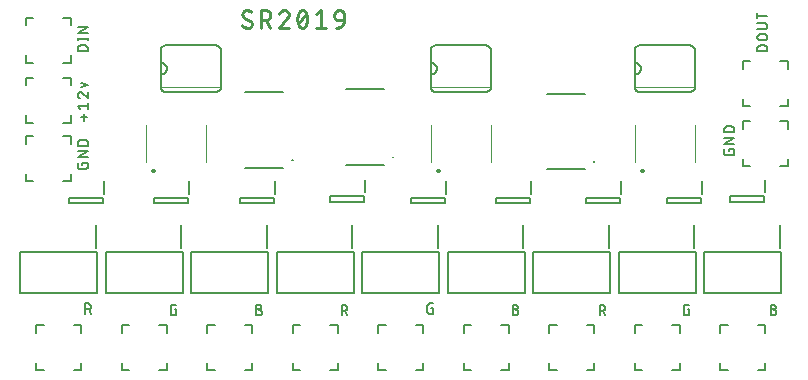
<source format=gbr>
G04 EAGLE Gerber RS-274X export*
G75*
%MOMM*%
%FSLAX34Y34*%
%LPD*%
%INSilkscreen Top*%
%IPPOS*%
%AMOC8*
5,1,8,0,0,1.08239X$1,22.5*%
G01*
%ADD10C,0.152400*%
%ADD11C,0.279400*%
%ADD12C,0.050800*%
%ADD13C,0.100000*%
%ADD14C,0.200000*%
%ADD15C,0.200000*%


D10*
X757428Y301752D02*
X748792Y301752D01*
X748792Y304151D01*
X748794Y304248D01*
X748800Y304344D01*
X748809Y304440D01*
X748823Y304536D01*
X748840Y304631D01*
X748862Y304725D01*
X748887Y304818D01*
X748915Y304911D01*
X748948Y305002D01*
X748984Y305091D01*
X749024Y305179D01*
X749067Y305266D01*
X749113Y305351D01*
X749163Y305433D01*
X749217Y305514D01*
X749273Y305592D01*
X749333Y305668D01*
X749395Y305742D01*
X749461Y305813D01*
X749529Y305881D01*
X749600Y305947D01*
X749674Y306009D01*
X749750Y306069D01*
X749828Y306125D01*
X749909Y306179D01*
X749992Y306229D01*
X750076Y306275D01*
X750163Y306318D01*
X750251Y306358D01*
X750340Y306394D01*
X750431Y306427D01*
X750524Y306455D01*
X750617Y306480D01*
X750711Y306502D01*
X750806Y306519D01*
X750902Y306533D01*
X750998Y306542D01*
X751094Y306548D01*
X751191Y306550D01*
X755029Y306550D01*
X755126Y306548D01*
X755222Y306542D01*
X755318Y306533D01*
X755414Y306519D01*
X755509Y306502D01*
X755603Y306480D01*
X755696Y306455D01*
X755789Y306427D01*
X755880Y306394D01*
X755969Y306358D01*
X756057Y306318D01*
X756144Y306275D01*
X756229Y306229D01*
X756311Y306179D01*
X756392Y306125D01*
X756470Y306069D01*
X756546Y306009D01*
X756620Y305947D01*
X756691Y305881D01*
X756759Y305813D01*
X756825Y305742D01*
X756887Y305668D01*
X756947Y305592D01*
X757003Y305514D01*
X757057Y305433D01*
X757107Y305351D01*
X757153Y305266D01*
X757196Y305179D01*
X757236Y305091D01*
X757272Y305002D01*
X757305Y304911D01*
X757333Y304818D01*
X757358Y304725D01*
X757380Y304631D01*
X757397Y304536D01*
X757411Y304440D01*
X757420Y304344D01*
X757426Y304248D01*
X757428Y304151D01*
X757428Y301752D01*
X755029Y311201D02*
X751191Y311201D01*
X751094Y311203D01*
X750998Y311209D01*
X750902Y311218D01*
X750806Y311232D01*
X750711Y311249D01*
X750617Y311271D01*
X750524Y311296D01*
X750431Y311324D01*
X750340Y311357D01*
X750251Y311393D01*
X750163Y311433D01*
X750076Y311476D01*
X749992Y311522D01*
X749909Y311572D01*
X749828Y311626D01*
X749750Y311682D01*
X749674Y311742D01*
X749600Y311804D01*
X749529Y311870D01*
X749461Y311938D01*
X749395Y312009D01*
X749333Y312083D01*
X749273Y312159D01*
X749217Y312237D01*
X749163Y312318D01*
X749113Y312401D01*
X749067Y312485D01*
X749024Y312572D01*
X748984Y312660D01*
X748948Y312749D01*
X748915Y312840D01*
X748887Y312933D01*
X748862Y313026D01*
X748840Y313120D01*
X748823Y313215D01*
X748809Y313311D01*
X748800Y313407D01*
X748794Y313503D01*
X748792Y313600D01*
X748794Y313697D01*
X748800Y313793D01*
X748809Y313889D01*
X748823Y313985D01*
X748840Y314080D01*
X748862Y314174D01*
X748887Y314267D01*
X748915Y314360D01*
X748948Y314451D01*
X748984Y314540D01*
X749024Y314628D01*
X749067Y314715D01*
X749113Y314800D01*
X749163Y314882D01*
X749217Y314963D01*
X749273Y315041D01*
X749333Y315117D01*
X749395Y315191D01*
X749461Y315262D01*
X749529Y315330D01*
X749600Y315396D01*
X749674Y315458D01*
X749750Y315518D01*
X749828Y315574D01*
X749909Y315628D01*
X749992Y315678D01*
X750076Y315724D01*
X750163Y315767D01*
X750251Y315807D01*
X750340Y315843D01*
X750431Y315876D01*
X750524Y315904D01*
X750617Y315929D01*
X750711Y315951D01*
X750806Y315968D01*
X750902Y315982D01*
X750998Y315991D01*
X751094Y315997D01*
X751191Y315999D01*
X755029Y315999D01*
X755126Y315997D01*
X755222Y315991D01*
X755318Y315982D01*
X755414Y315968D01*
X755509Y315951D01*
X755603Y315929D01*
X755696Y315904D01*
X755789Y315876D01*
X755880Y315843D01*
X755969Y315807D01*
X756057Y315767D01*
X756144Y315724D01*
X756229Y315678D01*
X756311Y315628D01*
X756392Y315574D01*
X756470Y315518D01*
X756546Y315458D01*
X756620Y315396D01*
X756691Y315330D01*
X756759Y315262D01*
X756825Y315191D01*
X756887Y315117D01*
X756947Y315041D01*
X757003Y314963D01*
X757057Y314882D01*
X757107Y314800D01*
X757153Y314715D01*
X757196Y314628D01*
X757236Y314540D01*
X757272Y314451D01*
X757305Y314360D01*
X757333Y314267D01*
X757358Y314174D01*
X757380Y314080D01*
X757397Y313985D01*
X757411Y313889D01*
X757420Y313793D01*
X757426Y313697D01*
X757428Y313600D01*
X757426Y313503D01*
X757420Y313407D01*
X757411Y313311D01*
X757397Y313215D01*
X757380Y313120D01*
X757358Y313026D01*
X757333Y312933D01*
X757305Y312840D01*
X757272Y312749D01*
X757236Y312660D01*
X757196Y312572D01*
X757153Y312485D01*
X757107Y312401D01*
X757057Y312318D01*
X757003Y312237D01*
X756947Y312159D01*
X756887Y312083D01*
X756825Y312009D01*
X756759Y311938D01*
X756691Y311870D01*
X756620Y311804D01*
X756546Y311742D01*
X756470Y311682D01*
X756392Y311626D01*
X756311Y311572D01*
X756229Y311522D01*
X756144Y311476D01*
X756057Y311433D01*
X755969Y311393D01*
X755880Y311357D01*
X755789Y311324D01*
X755696Y311296D01*
X755603Y311271D01*
X755509Y311249D01*
X755414Y311232D01*
X755318Y311218D01*
X755222Y311209D01*
X755126Y311203D01*
X755029Y311201D01*
X755029Y320650D02*
X748792Y320650D01*
X755029Y320649D02*
X755126Y320651D01*
X755222Y320657D01*
X755318Y320666D01*
X755414Y320680D01*
X755509Y320697D01*
X755603Y320719D01*
X755696Y320744D01*
X755789Y320772D01*
X755880Y320805D01*
X755969Y320841D01*
X756057Y320881D01*
X756144Y320924D01*
X756229Y320970D01*
X756311Y321020D01*
X756392Y321074D01*
X756470Y321130D01*
X756546Y321190D01*
X756620Y321252D01*
X756691Y321318D01*
X756759Y321386D01*
X756825Y321457D01*
X756887Y321531D01*
X756947Y321607D01*
X757003Y321685D01*
X757057Y321766D01*
X757107Y321849D01*
X757153Y321933D01*
X757196Y322020D01*
X757236Y322108D01*
X757272Y322197D01*
X757305Y322288D01*
X757333Y322381D01*
X757358Y322474D01*
X757380Y322568D01*
X757397Y322663D01*
X757411Y322759D01*
X757420Y322855D01*
X757426Y322951D01*
X757428Y323048D01*
X757426Y323145D01*
X757420Y323241D01*
X757411Y323337D01*
X757397Y323433D01*
X757380Y323528D01*
X757358Y323622D01*
X757333Y323715D01*
X757305Y323808D01*
X757272Y323899D01*
X757236Y323988D01*
X757196Y324076D01*
X757153Y324163D01*
X757107Y324248D01*
X757057Y324330D01*
X757003Y324411D01*
X756947Y324489D01*
X756887Y324565D01*
X756825Y324639D01*
X756759Y324710D01*
X756691Y324778D01*
X756620Y324844D01*
X756546Y324906D01*
X756470Y324966D01*
X756392Y325022D01*
X756311Y325076D01*
X756229Y325126D01*
X756144Y325172D01*
X756057Y325215D01*
X755969Y325255D01*
X755880Y325291D01*
X755789Y325324D01*
X755696Y325352D01*
X755603Y325377D01*
X755509Y325399D01*
X755414Y325416D01*
X755318Y325430D01*
X755222Y325439D01*
X755126Y325445D01*
X755029Y325447D01*
X748792Y325447D01*
X748792Y331888D02*
X757428Y331888D01*
X748792Y334286D02*
X748792Y329489D01*
X182118Y301780D02*
X173482Y301780D01*
X173482Y304179D01*
X173484Y304276D01*
X173490Y304372D01*
X173499Y304468D01*
X173513Y304564D01*
X173530Y304659D01*
X173552Y304753D01*
X173577Y304846D01*
X173605Y304939D01*
X173638Y305030D01*
X173674Y305119D01*
X173714Y305207D01*
X173757Y305294D01*
X173803Y305379D01*
X173853Y305461D01*
X173907Y305542D01*
X173963Y305620D01*
X174023Y305696D01*
X174085Y305770D01*
X174151Y305841D01*
X174219Y305909D01*
X174290Y305975D01*
X174364Y306037D01*
X174440Y306097D01*
X174518Y306153D01*
X174599Y306207D01*
X174682Y306257D01*
X174766Y306303D01*
X174853Y306346D01*
X174941Y306386D01*
X175030Y306422D01*
X175121Y306455D01*
X175214Y306483D01*
X175307Y306508D01*
X175401Y306530D01*
X175496Y306547D01*
X175592Y306561D01*
X175688Y306570D01*
X175784Y306576D01*
X175881Y306578D01*
X179719Y306578D01*
X179816Y306576D01*
X179912Y306570D01*
X180008Y306561D01*
X180104Y306547D01*
X180199Y306530D01*
X180293Y306508D01*
X180386Y306483D01*
X180479Y306455D01*
X180570Y306422D01*
X180659Y306386D01*
X180747Y306346D01*
X180834Y306303D01*
X180919Y306257D01*
X181001Y306207D01*
X181082Y306153D01*
X181160Y306097D01*
X181236Y306037D01*
X181310Y305975D01*
X181381Y305909D01*
X181449Y305841D01*
X181515Y305770D01*
X181577Y305696D01*
X181637Y305620D01*
X181693Y305542D01*
X181747Y305461D01*
X181797Y305379D01*
X181843Y305294D01*
X181886Y305207D01*
X181926Y305119D01*
X181962Y305030D01*
X181995Y304939D01*
X182023Y304846D01*
X182048Y304753D01*
X182070Y304659D01*
X182087Y304564D01*
X182101Y304468D01*
X182110Y304372D01*
X182116Y304276D01*
X182118Y304179D01*
X182118Y301780D01*
X182118Y311799D02*
X173482Y311799D01*
X182118Y310840D02*
X182118Y312759D01*
X173482Y312759D02*
X173482Y310840D01*
X173482Y317020D02*
X182118Y317020D01*
X182118Y321818D02*
X173482Y317020D01*
X173482Y321818D02*
X182118Y321818D01*
X177320Y207061D02*
X177320Y205622D01*
X177320Y207061D02*
X182118Y207061D01*
X182118Y204182D01*
X182116Y204096D01*
X182110Y204010D01*
X182101Y203924D01*
X182087Y203839D01*
X182070Y203755D01*
X182049Y203671D01*
X182024Y203589D01*
X181996Y203508D01*
X181964Y203428D01*
X181928Y203349D01*
X181889Y203273D01*
X181846Y203198D01*
X181801Y203125D01*
X181752Y203054D01*
X181699Y202986D01*
X181644Y202919D01*
X181586Y202856D01*
X181525Y202795D01*
X181462Y202737D01*
X181395Y202682D01*
X181327Y202630D01*
X181256Y202580D01*
X181183Y202535D01*
X181108Y202492D01*
X181032Y202453D01*
X180953Y202417D01*
X180873Y202385D01*
X180792Y202357D01*
X180710Y202332D01*
X180626Y202311D01*
X180542Y202294D01*
X180457Y202280D01*
X180371Y202271D01*
X180285Y202265D01*
X180199Y202263D01*
X175401Y202263D01*
X175315Y202265D01*
X175229Y202271D01*
X175143Y202280D01*
X175058Y202294D01*
X174974Y202311D01*
X174890Y202332D01*
X174808Y202357D01*
X174727Y202385D01*
X174647Y202417D01*
X174568Y202453D01*
X174492Y202492D01*
X174417Y202535D01*
X174344Y202580D01*
X174273Y202629D01*
X174205Y202682D01*
X174138Y202737D01*
X174075Y202795D01*
X174014Y202856D01*
X173956Y202919D01*
X173901Y202986D01*
X173849Y203054D01*
X173799Y203125D01*
X173754Y203198D01*
X173711Y203273D01*
X173672Y203349D01*
X173636Y203428D01*
X173604Y203508D01*
X173576Y203589D01*
X173551Y203671D01*
X173530Y203755D01*
X173513Y203839D01*
X173499Y203924D01*
X173490Y204010D01*
X173484Y204096D01*
X173482Y204182D01*
X173482Y207061D01*
X173482Y212017D02*
X182118Y212017D01*
X182118Y216814D02*
X173482Y212017D01*
X173482Y216814D02*
X182118Y216814D01*
X182118Y221770D02*
X173482Y221770D01*
X173482Y224169D01*
X173484Y224266D01*
X173490Y224362D01*
X173499Y224458D01*
X173513Y224554D01*
X173530Y224649D01*
X173552Y224743D01*
X173577Y224836D01*
X173605Y224929D01*
X173638Y225020D01*
X173674Y225109D01*
X173714Y225197D01*
X173757Y225284D01*
X173803Y225369D01*
X173853Y225451D01*
X173907Y225532D01*
X173963Y225610D01*
X174023Y225686D01*
X174085Y225760D01*
X174151Y225831D01*
X174219Y225899D01*
X174290Y225965D01*
X174364Y226027D01*
X174440Y226087D01*
X174518Y226143D01*
X174599Y226197D01*
X174682Y226247D01*
X174766Y226293D01*
X174853Y226336D01*
X174941Y226376D01*
X175030Y226412D01*
X175121Y226445D01*
X175214Y226473D01*
X175307Y226498D01*
X175401Y226520D01*
X175496Y226537D01*
X175592Y226551D01*
X175688Y226560D01*
X175784Y226566D01*
X175881Y226568D01*
X179719Y226568D01*
X179816Y226566D01*
X179912Y226560D01*
X180008Y226551D01*
X180104Y226537D01*
X180199Y226520D01*
X180293Y226498D01*
X180386Y226473D01*
X180479Y226445D01*
X180570Y226412D01*
X180659Y226376D01*
X180747Y226336D01*
X180834Y226293D01*
X180919Y226247D01*
X181001Y226197D01*
X181082Y226143D01*
X181160Y226087D01*
X181236Y226027D01*
X181310Y225965D01*
X181381Y225899D01*
X181449Y225831D01*
X181515Y225760D01*
X181577Y225686D01*
X181637Y225610D01*
X181693Y225532D01*
X181747Y225451D01*
X181797Y225369D01*
X181843Y225284D01*
X181886Y225197D01*
X181926Y225109D01*
X181962Y225020D01*
X181995Y224929D01*
X182023Y224836D01*
X182048Y224743D01*
X182070Y224649D01*
X182087Y224554D01*
X182101Y224458D01*
X182110Y224362D01*
X182116Y224266D01*
X182118Y224169D01*
X182118Y221770D01*
X178760Y242903D02*
X178760Y248660D01*
X181638Y245782D02*
X175881Y245782D01*
X175401Y253136D02*
X173482Y255535D01*
X182118Y255535D01*
X182118Y253136D02*
X182118Y257934D01*
X173482Y264919D02*
X173484Y265011D01*
X173490Y265102D01*
X173499Y265193D01*
X173513Y265284D01*
X173530Y265374D01*
X173552Y265463D01*
X173577Y265551D01*
X173605Y265638D01*
X173638Y265724D01*
X173674Y265808D01*
X173713Y265891D01*
X173756Y265972D01*
X173803Y266051D01*
X173852Y266128D01*
X173905Y266203D01*
X173961Y266275D01*
X174020Y266345D01*
X174082Y266413D01*
X174147Y266478D01*
X174215Y266540D01*
X174285Y266599D01*
X174357Y266655D01*
X174432Y266708D01*
X174509Y266757D01*
X174588Y266804D01*
X174669Y266847D01*
X174752Y266886D01*
X174836Y266922D01*
X174922Y266955D01*
X175009Y266983D01*
X175097Y267008D01*
X175186Y267030D01*
X175276Y267047D01*
X175367Y267061D01*
X175458Y267070D01*
X175549Y267076D01*
X175641Y267078D01*
X173482Y264919D02*
X173484Y264816D01*
X173490Y264714D01*
X173499Y264612D01*
X173512Y264510D01*
X173529Y264409D01*
X173550Y264308D01*
X173574Y264209D01*
X173603Y264110D01*
X173634Y264013D01*
X173670Y263916D01*
X173708Y263821D01*
X173751Y263728D01*
X173797Y263636D01*
X173846Y263546D01*
X173898Y263458D01*
X173954Y263371D01*
X174013Y263287D01*
X174074Y263206D01*
X174139Y263126D01*
X174207Y263049D01*
X174278Y262974D01*
X174351Y262903D01*
X174427Y262834D01*
X174505Y262767D01*
X174586Y262704D01*
X174669Y262644D01*
X174754Y262587D01*
X174841Y262533D01*
X174931Y262482D01*
X175022Y262435D01*
X175114Y262391D01*
X175209Y262350D01*
X175304Y262313D01*
X175401Y262280D01*
X177320Y266358D02*
X177254Y266425D01*
X177185Y266489D01*
X177114Y266550D01*
X177040Y266608D01*
X176964Y266663D01*
X176886Y266715D01*
X176806Y266764D01*
X176724Y266810D01*
X176640Y266852D01*
X176554Y266891D01*
X176467Y266926D01*
X176379Y266957D01*
X176289Y266985D01*
X176199Y267010D01*
X176107Y267031D01*
X176015Y267048D01*
X175922Y267061D01*
X175829Y267070D01*
X175735Y267076D01*
X175641Y267078D01*
X177320Y266359D02*
X182118Y262280D01*
X182118Y267078D01*
X182118Y272909D02*
X176361Y270990D01*
X176361Y274828D02*
X182118Y272909D01*
X724690Y218491D02*
X724690Y217052D01*
X724690Y218491D02*
X729488Y218491D01*
X729488Y215612D01*
X729486Y215526D01*
X729480Y215440D01*
X729471Y215354D01*
X729457Y215269D01*
X729440Y215185D01*
X729419Y215101D01*
X729394Y215019D01*
X729366Y214938D01*
X729334Y214858D01*
X729298Y214779D01*
X729259Y214703D01*
X729216Y214628D01*
X729171Y214555D01*
X729122Y214484D01*
X729069Y214416D01*
X729014Y214349D01*
X728956Y214286D01*
X728895Y214225D01*
X728832Y214167D01*
X728765Y214112D01*
X728697Y214060D01*
X728626Y214010D01*
X728553Y213965D01*
X728478Y213922D01*
X728402Y213883D01*
X728323Y213847D01*
X728243Y213815D01*
X728162Y213787D01*
X728080Y213762D01*
X727996Y213741D01*
X727912Y213724D01*
X727827Y213710D01*
X727741Y213701D01*
X727655Y213695D01*
X727569Y213693D01*
X722771Y213693D01*
X722685Y213695D01*
X722599Y213701D01*
X722513Y213710D01*
X722428Y213724D01*
X722344Y213741D01*
X722260Y213762D01*
X722178Y213787D01*
X722097Y213815D01*
X722017Y213847D01*
X721938Y213883D01*
X721862Y213922D01*
X721787Y213965D01*
X721714Y214010D01*
X721643Y214059D01*
X721575Y214112D01*
X721508Y214167D01*
X721445Y214225D01*
X721384Y214286D01*
X721326Y214349D01*
X721271Y214416D01*
X721219Y214484D01*
X721169Y214555D01*
X721124Y214628D01*
X721081Y214703D01*
X721042Y214779D01*
X721006Y214858D01*
X720974Y214938D01*
X720946Y215019D01*
X720921Y215101D01*
X720900Y215185D01*
X720883Y215269D01*
X720869Y215354D01*
X720860Y215440D01*
X720854Y215526D01*
X720852Y215612D01*
X720852Y218491D01*
X720852Y223447D02*
X729488Y223447D01*
X729488Y228244D02*
X720852Y223447D01*
X720852Y228244D02*
X729488Y228244D01*
X729488Y233200D02*
X720852Y233200D01*
X720852Y235599D01*
X720854Y235696D01*
X720860Y235792D01*
X720869Y235888D01*
X720883Y235984D01*
X720900Y236079D01*
X720922Y236173D01*
X720947Y236266D01*
X720975Y236359D01*
X721008Y236450D01*
X721044Y236539D01*
X721084Y236627D01*
X721127Y236714D01*
X721173Y236799D01*
X721223Y236881D01*
X721277Y236962D01*
X721333Y237040D01*
X721393Y237116D01*
X721455Y237190D01*
X721521Y237261D01*
X721589Y237329D01*
X721660Y237395D01*
X721734Y237457D01*
X721810Y237517D01*
X721888Y237573D01*
X721969Y237627D01*
X722052Y237677D01*
X722136Y237723D01*
X722223Y237766D01*
X722311Y237806D01*
X722400Y237842D01*
X722491Y237875D01*
X722584Y237903D01*
X722677Y237928D01*
X722771Y237950D01*
X722866Y237967D01*
X722962Y237981D01*
X723058Y237990D01*
X723154Y237996D01*
X723251Y237998D01*
X727089Y237998D01*
X727186Y237996D01*
X727282Y237990D01*
X727378Y237981D01*
X727474Y237967D01*
X727569Y237950D01*
X727663Y237928D01*
X727756Y237903D01*
X727849Y237875D01*
X727940Y237842D01*
X728029Y237806D01*
X728117Y237766D01*
X728204Y237723D01*
X728289Y237677D01*
X728371Y237627D01*
X728452Y237573D01*
X728530Y237517D01*
X728606Y237457D01*
X728680Y237395D01*
X728751Y237329D01*
X728819Y237261D01*
X728885Y237190D01*
X728947Y237116D01*
X729007Y237040D01*
X729063Y236962D01*
X729117Y236881D01*
X729167Y236799D01*
X729213Y236714D01*
X729256Y236627D01*
X729296Y236539D01*
X729332Y236450D01*
X729365Y236359D01*
X729393Y236266D01*
X729418Y236173D01*
X729440Y236079D01*
X729457Y235984D01*
X729471Y235888D01*
X729480Y235792D01*
X729486Y235696D01*
X729488Y235599D01*
X729488Y233200D01*
X179832Y88138D02*
X179832Y79502D01*
X179832Y88138D02*
X182231Y88138D01*
X182328Y88136D01*
X182424Y88130D01*
X182520Y88121D01*
X182616Y88107D01*
X182711Y88090D01*
X182805Y88068D01*
X182898Y88043D01*
X182991Y88015D01*
X183082Y87982D01*
X183171Y87946D01*
X183259Y87906D01*
X183346Y87863D01*
X183431Y87817D01*
X183513Y87767D01*
X183594Y87713D01*
X183672Y87657D01*
X183748Y87597D01*
X183822Y87535D01*
X183893Y87469D01*
X183961Y87401D01*
X184027Y87330D01*
X184089Y87256D01*
X184149Y87180D01*
X184205Y87102D01*
X184259Y87021D01*
X184309Y86938D01*
X184355Y86854D01*
X184398Y86767D01*
X184438Y86679D01*
X184474Y86590D01*
X184507Y86499D01*
X184535Y86406D01*
X184560Y86313D01*
X184582Y86219D01*
X184599Y86124D01*
X184613Y86028D01*
X184622Y85932D01*
X184628Y85836D01*
X184630Y85739D01*
X184628Y85642D01*
X184622Y85546D01*
X184613Y85450D01*
X184599Y85354D01*
X184582Y85259D01*
X184560Y85165D01*
X184535Y85072D01*
X184507Y84979D01*
X184474Y84888D01*
X184438Y84799D01*
X184398Y84711D01*
X184355Y84624D01*
X184309Y84539D01*
X184259Y84457D01*
X184205Y84376D01*
X184149Y84298D01*
X184089Y84222D01*
X184027Y84148D01*
X183961Y84077D01*
X183893Y84009D01*
X183822Y83943D01*
X183748Y83881D01*
X183672Y83821D01*
X183594Y83765D01*
X183513Y83711D01*
X183431Y83661D01*
X183346Y83615D01*
X183259Y83572D01*
X183171Y83532D01*
X183082Y83496D01*
X182991Y83463D01*
X182898Y83435D01*
X182805Y83410D01*
X182711Y83388D01*
X182616Y83371D01*
X182520Y83357D01*
X182424Y83348D01*
X182328Y83342D01*
X182231Y83340D01*
X179832Y83340D01*
X182711Y83340D02*
X184630Y79502D01*
X255580Y83030D02*
X257020Y83030D01*
X257020Y78232D01*
X254141Y78232D01*
X254055Y78234D01*
X253969Y78240D01*
X253883Y78249D01*
X253798Y78263D01*
X253714Y78280D01*
X253630Y78301D01*
X253548Y78326D01*
X253467Y78354D01*
X253387Y78386D01*
X253308Y78422D01*
X253232Y78461D01*
X253157Y78504D01*
X253084Y78549D01*
X253013Y78598D01*
X252945Y78651D01*
X252878Y78706D01*
X252815Y78764D01*
X252754Y78825D01*
X252696Y78888D01*
X252641Y78955D01*
X252588Y79023D01*
X252539Y79094D01*
X252494Y79167D01*
X252451Y79242D01*
X252412Y79318D01*
X252376Y79397D01*
X252344Y79477D01*
X252316Y79558D01*
X252291Y79640D01*
X252270Y79724D01*
X252253Y79808D01*
X252239Y79893D01*
X252230Y79979D01*
X252224Y80065D01*
X252222Y80151D01*
X252222Y84949D01*
X252224Y85035D01*
X252230Y85121D01*
X252239Y85207D01*
X252253Y85292D01*
X252270Y85376D01*
X252291Y85460D01*
X252316Y85542D01*
X252344Y85623D01*
X252376Y85703D01*
X252412Y85782D01*
X252451Y85858D01*
X252494Y85933D01*
X252539Y86006D01*
X252588Y86077D01*
X252641Y86145D01*
X252696Y86212D01*
X252754Y86275D01*
X252815Y86336D01*
X252878Y86394D01*
X252945Y86449D01*
X253013Y86501D01*
X253084Y86551D01*
X253157Y86596D01*
X253232Y86639D01*
X253308Y86678D01*
X253387Y86714D01*
X253467Y86746D01*
X253548Y86774D01*
X253630Y86799D01*
X253714Y86820D01*
X253798Y86837D01*
X253883Y86851D01*
X253969Y86860D01*
X254055Y86866D01*
X254141Y86868D01*
X257020Y86868D01*
X324612Y83030D02*
X327011Y83030D01*
X327108Y83028D01*
X327204Y83022D01*
X327300Y83013D01*
X327396Y82999D01*
X327491Y82982D01*
X327585Y82960D01*
X327678Y82935D01*
X327771Y82907D01*
X327862Y82874D01*
X327951Y82838D01*
X328039Y82798D01*
X328126Y82755D01*
X328211Y82709D01*
X328293Y82659D01*
X328374Y82605D01*
X328452Y82549D01*
X328528Y82489D01*
X328602Y82427D01*
X328673Y82361D01*
X328741Y82293D01*
X328807Y82222D01*
X328869Y82148D01*
X328929Y82072D01*
X328985Y81994D01*
X329039Y81913D01*
X329089Y81830D01*
X329135Y81746D01*
X329178Y81659D01*
X329218Y81571D01*
X329254Y81482D01*
X329287Y81391D01*
X329315Y81298D01*
X329340Y81205D01*
X329362Y81111D01*
X329379Y81016D01*
X329393Y80920D01*
X329402Y80824D01*
X329408Y80728D01*
X329410Y80631D01*
X329408Y80534D01*
X329402Y80438D01*
X329393Y80342D01*
X329379Y80246D01*
X329362Y80151D01*
X329340Y80057D01*
X329315Y79964D01*
X329287Y79871D01*
X329254Y79780D01*
X329218Y79691D01*
X329178Y79603D01*
X329135Y79516D01*
X329089Y79431D01*
X329039Y79349D01*
X328985Y79268D01*
X328929Y79190D01*
X328869Y79114D01*
X328807Y79040D01*
X328741Y78969D01*
X328673Y78901D01*
X328602Y78835D01*
X328528Y78773D01*
X328452Y78713D01*
X328374Y78657D01*
X328293Y78603D01*
X328211Y78553D01*
X328126Y78507D01*
X328039Y78464D01*
X327951Y78424D01*
X327862Y78388D01*
X327771Y78355D01*
X327678Y78327D01*
X327585Y78302D01*
X327491Y78280D01*
X327396Y78263D01*
X327300Y78249D01*
X327204Y78240D01*
X327108Y78234D01*
X327011Y78232D01*
X324612Y78232D01*
X324612Y86868D01*
X327011Y86868D01*
X327097Y86866D01*
X327183Y86860D01*
X327269Y86851D01*
X327354Y86837D01*
X327438Y86820D01*
X327522Y86799D01*
X327604Y86774D01*
X327685Y86746D01*
X327765Y86714D01*
X327844Y86678D01*
X327920Y86639D01*
X327995Y86596D01*
X328068Y86551D01*
X328139Y86502D01*
X328207Y86449D01*
X328274Y86394D01*
X328337Y86336D01*
X328398Y86275D01*
X328456Y86212D01*
X328511Y86145D01*
X328564Y86077D01*
X328613Y86006D01*
X328658Y85933D01*
X328701Y85858D01*
X328740Y85782D01*
X328776Y85703D01*
X328808Y85623D01*
X328836Y85542D01*
X328861Y85460D01*
X328882Y85376D01*
X328899Y85292D01*
X328913Y85207D01*
X328922Y85121D01*
X328928Y85035D01*
X328930Y84949D01*
X328928Y84863D01*
X328922Y84777D01*
X328913Y84691D01*
X328899Y84606D01*
X328882Y84522D01*
X328861Y84438D01*
X328836Y84356D01*
X328808Y84275D01*
X328776Y84195D01*
X328740Y84116D01*
X328701Y84040D01*
X328658Y83965D01*
X328613Y83892D01*
X328564Y83821D01*
X328511Y83753D01*
X328456Y83686D01*
X328398Y83623D01*
X328337Y83562D01*
X328274Y83504D01*
X328207Y83449D01*
X328139Y83396D01*
X328068Y83347D01*
X327995Y83302D01*
X327920Y83259D01*
X327844Y83220D01*
X327765Y83184D01*
X327685Y83152D01*
X327604Y83124D01*
X327522Y83099D01*
X327438Y83078D01*
X327354Y83061D01*
X327269Y83047D01*
X327183Y83038D01*
X327097Y83032D01*
X327011Y83030D01*
X397002Y86868D02*
X397002Y78232D01*
X397002Y86868D02*
X399401Y86868D01*
X399498Y86866D01*
X399594Y86860D01*
X399690Y86851D01*
X399786Y86837D01*
X399881Y86820D01*
X399975Y86798D01*
X400068Y86773D01*
X400161Y86745D01*
X400252Y86712D01*
X400341Y86676D01*
X400429Y86636D01*
X400516Y86593D01*
X400601Y86547D01*
X400683Y86497D01*
X400764Y86443D01*
X400842Y86387D01*
X400918Y86327D01*
X400992Y86265D01*
X401063Y86199D01*
X401131Y86131D01*
X401197Y86060D01*
X401259Y85986D01*
X401319Y85910D01*
X401375Y85832D01*
X401429Y85751D01*
X401479Y85668D01*
X401525Y85584D01*
X401568Y85497D01*
X401608Y85409D01*
X401644Y85320D01*
X401677Y85229D01*
X401705Y85136D01*
X401730Y85043D01*
X401752Y84949D01*
X401769Y84854D01*
X401783Y84758D01*
X401792Y84662D01*
X401798Y84566D01*
X401800Y84469D01*
X401798Y84372D01*
X401792Y84276D01*
X401783Y84180D01*
X401769Y84084D01*
X401752Y83989D01*
X401730Y83895D01*
X401705Y83802D01*
X401677Y83709D01*
X401644Y83618D01*
X401608Y83529D01*
X401568Y83441D01*
X401525Y83354D01*
X401479Y83269D01*
X401429Y83187D01*
X401375Y83106D01*
X401319Y83028D01*
X401259Y82952D01*
X401197Y82878D01*
X401131Y82807D01*
X401063Y82739D01*
X400992Y82673D01*
X400918Y82611D01*
X400842Y82551D01*
X400764Y82495D01*
X400683Y82441D01*
X400601Y82391D01*
X400516Y82345D01*
X400429Y82302D01*
X400341Y82262D01*
X400252Y82226D01*
X400161Y82193D01*
X400068Y82165D01*
X399975Y82140D01*
X399881Y82118D01*
X399786Y82101D01*
X399690Y82087D01*
X399594Y82078D01*
X399498Y82072D01*
X399401Y82070D01*
X397002Y82070D01*
X399881Y82070D02*
X401800Y78232D01*
X472750Y84300D02*
X474190Y84300D01*
X474190Y79502D01*
X471311Y79502D01*
X471225Y79504D01*
X471139Y79510D01*
X471053Y79519D01*
X470968Y79533D01*
X470884Y79550D01*
X470800Y79571D01*
X470718Y79596D01*
X470637Y79624D01*
X470557Y79656D01*
X470478Y79692D01*
X470402Y79731D01*
X470327Y79774D01*
X470254Y79819D01*
X470183Y79868D01*
X470115Y79921D01*
X470048Y79976D01*
X469985Y80034D01*
X469924Y80095D01*
X469866Y80158D01*
X469811Y80225D01*
X469758Y80293D01*
X469709Y80364D01*
X469664Y80437D01*
X469621Y80512D01*
X469582Y80588D01*
X469546Y80667D01*
X469514Y80747D01*
X469486Y80828D01*
X469461Y80910D01*
X469440Y80994D01*
X469423Y81078D01*
X469409Y81163D01*
X469400Y81249D01*
X469394Y81335D01*
X469392Y81421D01*
X469392Y86219D01*
X469394Y86305D01*
X469400Y86391D01*
X469409Y86477D01*
X469423Y86562D01*
X469440Y86646D01*
X469461Y86730D01*
X469486Y86812D01*
X469514Y86893D01*
X469546Y86973D01*
X469582Y87052D01*
X469621Y87128D01*
X469664Y87203D01*
X469709Y87276D01*
X469758Y87347D01*
X469811Y87415D01*
X469866Y87482D01*
X469924Y87545D01*
X469985Y87606D01*
X470048Y87664D01*
X470115Y87719D01*
X470183Y87771D01*
X470254Y87821D01*
X470327Y87866D01*
X470402Y87909D01*
X470478Y87948D01*
X470557Y87984D01*
X470637Y88016D01*
X470718Y88044D01*
X470800Y88069D01*
X470884Y88090D01*
X470968Y88107D01*
X471053Y88121D01*
X471139Y88130D01*
X471225Y88136D01*
X471311Y88138D01*
X474190Y88138D01*
X541782Y83030D02*
X544181Y83030D01*
X544278Y83028D01*
X544374Y83022D01*
X544470Y83013D01*
X544566Y82999D01*
X544661Y82982D01*
X544755Y82960D01*
X544848Y82935D01*
X544941Y82907D01*
X545032Y82874D01*
X545121Y82838D01*
X545209Y82798D01*
X545296Y82755D01*
X545381Y82709D01*
X545463Y82659D01*
X545544Y82605D01*
X545622Y82549D01*
X545698Y82489D01*
X545772Y82427D01*
X545843Y82361D01*
X545911Y82293D01*
X545977Y82222D01*
X546039Y82148D01*
X546099Y82072D01*
X546155Y81994D01*
X546209Y81913D01*
X546259Y81830D01*
X546305Y81746D01*
X546348Y81659D01*
X546388Y81571D01*
X546424Y81482D01*
X546457Y81391D01*
X546485Y81298D01*
X546510Y81205D01*
X546532Y81111D01*
X546549Y81016D01*
X546563Y80920D01*
X546572Y80824D01*
X546578Y80728D01*
X546580Y80631D01*
X546578Y80534D01*
X546572Y80438D01*
X546563Y80342D01*
X546549Y80246D01*
X546532Y80151D01*
X546510Y80057D01*
X546485Y79964D01*
X546457Y79871D01*
X546424Y79780D01*
X546388Y79691D01*
X546348Y79603D01*
X546305Y79516D01*
X546259Y79431D01*
X546209Y79349D01*
X546155Y79268D01*
X546099Y79190D01*
X546039Y79114D01*
X545977Y79040D01*
X545911Y78969D01*
X545843Y78901D01*
X545772Y78835D01*
X545698Y78773D01*
X545622Y78713D01*
X545544Y78657D01*
X545463Y78603D01*
X545381Y78553D01*
X545296Y78507D01*
X545209Y78464D01*
X545121Y78424D01*
X545032Y78388D01*
X544941Y78355D01*
X544848Y78327D01*
X544755Y78302D01*
X544661Y78280D01*
X544566Y78263D01*
X544470Y78249D01*
X544374Y78240D01*
X544278Y78234D01*
X544181Y78232D01*
X541782Y78232D01*
X541782Y86868D01*
X544181Y86868D01*
X544267Y86866D01*
X544353Y86860D01*
X544439Y86851D01*
X544524Y86837D01*
X544608Y86820D01*
X544692Y86799D01*
X544774Y86774D01*
X544855Y86746D01*
X544935Y86714D01*
X545014Y86678D01*
X545090Y86639D01*
X545165Y86596D01*
X545238Y86551D01*
X545309Y86502D01*
X545377Y86449D01*
X545444Y86394D01*
X545507Y86336D01*
X545568Y86275D01*
X545626Y86212D01*
X545681Y86145D01*
X545734Y86077D01*
X545783Y86006D01*
X545828Y85933D01*
X545871Y85858D01*
X545910Y85782D01*
X545946Y85703D01*
X545978Y85623D01*
X546006Y85542D01*
X546031Y85460D01*
X546052Y85376D01*
X546069Y85292D01*
X546083Y85207D01*
X546092Y85121D01*
X546098Y85035D01*
X546100Y84949D01*
X546098Y84863D01*
X546092Y84777D01*
X546083Y84691D01*
X546069Y84606D01*
X546052Y84522D01*
X546031Y84438D01*
X546006Y84356D01*
X545978Y84275D01*
X545946Y84195D01*
X545910Y84116D01*
X545871Y84040D01*
X545828Y83965D01*
X545783Y83892D01*
X545734Y83821D01*
X545681Y83753D01*
X545626Y83686D01*
X545568Y83623D01*
X545507Y83562D01*
X545444Y83504D01*
X545377Y83449D01*
X545309Y83396D01*
X545238Y83347D01*
X545165Y83302D01*
X545090Y83259D01*
X545014Y83220D01*
X544935Y83184D01*
X544855Y83152D01*
X544774Y83124D01*
X544692Y83099D01*
X544608Y83078D01*
X544524Y83061D01*
X544439Y83047D01*
X544353Y83038D01*
X544267Y83032D01*
X544181Y83030D01*
X615442Y86868D02*
X615442Y78232D01*
X615442Y86868D02*
X617841Y86868D01*
X617938Y86866D01*
X618034Y86860D01*
X618130Y86851D01*
X618226Y86837D01*
X618321Y86820D01*
X618415Y86798D01*
X618508Y86773D01*
X618601Y86745D01*
X618692Y86712D01*
X618781Y86676D01*
X618869Y86636D01*
X618956Y86593D01*
X619041Y86547D01*
X619123Y86497D01*
X619204Y86443D01*
X619282Y86387D01*
X619358Y86327D01*
X619432Y86265D01*
X619503Y86199D01*
X619571Y86131D01*
X619637Y86060D01*
X619699Y85986D01*
X619759Y85910D01*
X619815Y85832D01*
X619869Y85751D01*
X619919Y85668D01*
X619965Y85584D01*
X620008Y85497D01*
X620048Y85409D01*
X620084Y85320D01*
X620117Y85229D01*
X620145Y85136D01*
X620170Y85043D01*
X620192Y84949D01*
X620209Y84854D01*
X620223Y84758D01*
X620232Y84662D01*
X620238Y84566D01*
X620240Y84469D01*
X620238Y84372D01*
X620232Y84276D01*
X620223Y84180D01*
X620209Y84084D01*
X620192Y83989D01*
X620170Y83895D01*
X620145Y83802D01*
X620117Y83709D01*
X620084Y83618D01*
X620048Y83529D01*
X620008Y83441D01*
X619965Y83354D01*
X619919Y83269D01*
X619869Y83187D01*
X619815Y83106D01*
X619759Y83028D01*
X619699Y82952D01*
X619637Y82878D01*
X619571Y82807D01*
X619503Y82739D01*
X619432Y82673D01*
X619358Y82611D01*
X619282Y82551D01*
X619204Y82495D01*
X619123Y82441D01*
X619041Y82391D01*
X618956Y82345D01*
X618869Y82302D01*
X618781Y82262D01*
X618692Y82226D01*
X618601Y82193D01*
X618508Y82165D01*
X618415Y82140D01*
X618321Y82118D01*
X618226Y82101D01*
X618130Y82087D01*
X618034Y82078D01*
X617938Y82072D01*
X617841Y82070D01*
X615442Y82070D01*
X618321Y82070D02*
X620240Y78232D01*
X689920Y83030D02*
X691360Y83030D01*
X691360Y78232D01*
X688481Y78232D01*
X688395Y78234D01*
X688309Y78240D01*
X688223Y78249D01*
X688138Y78263D01*
X688054Y78280D01*
X687970Y78301D01*
X687888Y78326D01*
X687807Y78354D01*
X687727Y78386D01*
X687648Y78422D01*
X687572Y78461D01*
X687497Y78504D01*
X687424Y78549D01*
X687353Y78598D01*
X687285Y78651D01*
X687218Y78706D01*
X687155Y78764D01*
X687094Y78825D01*
X687036Y78888D01*
X686981Y78955D01*
X686928Y79023D01*
X686879Y79094D01*
X686834Y79167D01*
X686791Y79242D01*
X686752Y79318D01*
X686716Y79397D01*
X686684Y79477D01*
X686656Y79558D01*
X686631Y79640D01*
X686610Y79724D01*
X686593Y79808D01*
X686579Y79893D01*
X686570Y79979D01*
X686564Y80065D01*
X686562Y80151D01*
X686562Y84949D01*
X686564Y85035D01*
X686570Y85121D01*
X686579Y85207D01*
X686593Y85292D01*
X686610Y85376D01*
X686631Y85460D01*
X686656Y85542D01*
X686684Y85623D01*
X686716Y85703D01*
X686752Y85782D01*
X686791Y85858D01*
X686834Y85933D01*
X686879Y86006D01*
X686928Y86077D01*
X686981Y86145D01*
X687036Y86212D01*
X687094Y86275D01*
X687155Y86336D01*
X687218Y86394D01*
X687285Y86449D01*
X687353Y86501D01*
X687424Y86551D01*
X687497Y86596D01*
X687572Y86639D01*
X687648Y86678D01*
X687727Y86714D01*
X687807Y86746D01*
X687888Y86774D01*
X687970Y86799D01*
X688054Y86820D01*
X688138Y86837D01*
X688223Y86851D01*
X688309Y86860D01*
X688395Y86866D01*
X688481Y86868D01*
X691360Y86868D01*
X760222Y83030D02*
X762621Y83030D01*
X762718Y83028D01*
X762814Y83022D01*
X762910Y83013D01*
X763006Y82999D01*
X763101Y82982D01*
X763195Y82960D01*
X763288Y82935D01*
X763381Y82907D01*
X763472Y82874D01*
X763561Y82838D01*
X763649Y82798D01*
X763736Y82755D01*
X763821Y82709D01*
X763903Y82659D01*
X763984Y82605D01*
X764062Y82549D01*
X764138Y82489D01*
X764212Y82427D01*
X764283Y82361D01*
X764351Y82293D01*
X764417Y82222D01*
X764479Y82148D01*
X764539Y82072D01*
X764595Y81994D01*
X764649Y81913D01*
X764699Y81830D01*
X764745Y81746D01*
X764788Y81659D01*
X764828Y81571D01*
X764864Y81482D01*
X764897Y81391D01*
X764925Y81298D01*
X764950Y81205D01*
X764972Y81111D01*
X764989Y81016D01*
X765003Y80920D01*
X765012Y80824D01*
X765018Y80728D01*
X765020Y80631D01*
X765018Y80534D01*
X765012Y80438D01*
X765003Y80342D01*
X764989Y80246D01*
X764972Y80151D01*
X764950Y80057D01*
X764925Y79964D01*
X764897Y79871D01*
X764864Y79780D01*
X764828Y79691D01*
X764788Y79603D01*
X764745Y79516D01*
X764699Y79431D01*
X764649Y79349D01*
X764595Y79268D01*
X764539Y79190D01*
X764479Y79114D01*
X764417Y79040D01*
X764351Y78969D01*
X764283Y78901D01*
X764212Y78835D01*
X764138Y78773D01*
X764062Y78713D01*
X763984Y78657D01*
X763903Y78603D01*
X763821Y78553D01*
X763736Y78507D01*
X763649Y78464D01*
X763561Y78424D01*
X763472Y78388D01*
X763381Y78355D01*
X763288Y78327D01*
X763195Y78302D01*
X763101Y78280D01*
X763006Y78263D01*
X762910Y78249D01*
X762814Y78240D01*
X762718Y78234D01*
X762621Y78232D01*
X760222Y78232D01*
X760222Y86868D01*
X762621Y86868D01*
X762707Y86866D01*
X762793Y86860D01*
X762879Y86851D01*
X762964Y86837D01*
X763048Y86820D01*
X763132Y86799D01*
X763214Y86774D01*
X763295Y86746D01*
X763375Y86714D01*
X763454Y86678D01*
X763530Y86639D01*
X763605Y86596D01*
X763678Y86551D01*
X763749Y86502D01*
X763817Y86449D01*
X763884Y86394D01*
X763947Y86336D01*
X764008Y86275D01*
X764066Y86212D01*
X764121Y86145D01*
X764174Y86077D01*
X764223Y86006D01*
X764268Y85933D01*
X764311Y85858D01*
X764350Y85782D01*
X764386Y85703D01*
X764418Y85623D01*
X764446Y85542D01*
X764471Y85460D01*
X764492Y85376D01*
X764509Y85292D01*
X764523Y85207D01*
X764532Y85121D01*
X764538Y85035D01*
X764540Y84949D01*
X764538Y84863D01*
X764532Y84777D01*
X764523Y84691D01*
X764509Y84606D01*
X764492Y84522D01*
X764471Y84438D01*
X764446Y84356D01*
X764418Y84275D01*
X764386Y84195D01*
X764350Y84116D01*
X764311Y84040D01*
X764268Y83965D01*
X764223Y83892D01*
X764174Y83821D01*
X764121Y83753D01*
X764066Y83686D01*
X764008Y83623D01*
X763947Y83562D01*
X763884Y83504D01*
X763817Y83449D01*
X763749Y83396D01*
X763678Y83347D01*
X763605Y83302D01*
X763530Y83259D01*
X763454Y83220D01*
X763375Y83184D01*
X763295Y83152D01*
X763214Y83124D01*
X763132Y83099D01*
X763048Y83078D01*
X762964Y83061D01*
X762879Y83047D01*
X762793Y83038D01*
X762707Y83032D01*
X762621Y83030D01*
D11*
X320872Y324767D02*
X320870Y324653D01*
X320864Y324540D01*
X320855Y324426D01*
X320841Y324314D01*
X320824Y324201D01*
X320802Y324089D01*
X320777Y323979D01*
X320749Y323869D01*
X320716Y323760D01*
X320680Y323652D01*
X320640Y323545D01*
X320596Y323440D01*
X320549Y323337D01*
X320499Y323235D01*
X320445Y323135D01*
X320387Y323037D01*
X320326Y322941D01*
X320263Y322847D01*
X320195Y322755D01*
X320125Y322665D01*
X320052Y322579D01*
X319976Y322494D01*
X319897Y322412D01*
X319815Y322333D01*
X319731Y322257D01*
X319644Y322184D01*
X319554Y322114D01*
X319462Y322047D01*
X319368Y321983D01*
X319272Y321922D01*
X319174Y321864D01*
X319074Y321810D01*
X318972Y321760D01*
X318869Y321713D01*
X318764Y321669D01*
X318657Y321629D01*
X318549Y321593D01*
X318440Y321560D01*
X318330Y321532D01*
X318220Y321507D01*
X318108Y321485D01*
X317995Y321468D01*
X317883Y321454D01*
X317769Y321445D01*
X317656Y321439D01*
X317542Y321437D01*
X317374Y321439D01*
X317206Y321445D01*
X317038Y321455D01*
X316870Y321469D01*
X316702Y321487D01*
X316536Y321509D01*
X316369Y321535D01*
X316204Y321565D01*
X316039Y321599D01*
X315875Y321637D01*
X315712Y321679D01*
X315550Y321725D01*
X315389Y321775D01*
X315229Y321828D01*
X315071Y321885D01*
X314914Y321946D01*
X314759Y322011D01*
X314605Y322079D01*
X314453Y322152D01*
X314303Y322227D01*
X314154Y322307D01*
X314007Y322389D01*
X313863Y322476D01*
X313721Y322565D01*
X313580Y322659D01*
X313442Y322755D01*
X313307Y322855D01*
X313174Y322958D01*
X313043Y323064D01*
X312915Y323173D01*
X312789Y323285D01*
X312667Y323400D01*
X312547Y323518D01*
X312964Y333093D02*
X312966Y333207D01*
X312972Y333320D01*
X312981Y333434D01*
X312995Y333546D01*
X313012Y333659D01*
X313034Y333771D01*
X313059Y333881D01*
X313087Y333991D01*
X313120Y334100D01*
X313156Y334208D01*
X313196Y334315D01*
X313240Y334420D01*
X313287Y334523D01*
X313337Y334625D01*
X313391Y334725D01*
X313449Y334823D01*
X313510Y334919D01*
X313573Y335013D01*
X313641Y335105D01*
X313711Y335195D01*
X313784Y335281D01*
X313860Y335366D01*
X313939Y335448D01*
X314021Y335527D01*
X314106Y335603D01*
X314192Y335676D01*
X314282Y335746D01*
X314374Y335814D01*
X314468Y335877D01*
X314564Y335938D01*
X314662Y335996D01*
X314762Y336050D01*
X314864Y336100D01*
X314967Y336147D01*
X315072Y336191D01*
X315179Y336231D01*
X315287Y336267D01*
X315396Y336300D01*
X315506Y336328D01*
X315616Y336353D01*
X315728Y336375D01*
X315841Y336392D01*
X315953Y336406D01*
X316067Y336415D01*
X316180Y336421D01*
X316294Y336423D01*
X316449Y336421D01*
X316603Y336415D01*
X316757Y336406D01*
X316911Y336392D01*
X317065Y336375D01*
X317218Y336354D01*
X317370Y336330D01*
X317522Y336301D01*
X317673Y336269D01*
X317824Y336233D01*
X317973Y336193D01*
X318121Y336150D01*
X318269Y336103D01*
X318415Y336052D01*
X318559Y335998D01*
X318703Y335940D01*
X318844Y335878D01*
X318985Y335814D01*
X319123Y335745D01*
X319260Y335674D01*
X319395Y335598D01*
X319528Y335520D01*
X319660Y335438D01*
X319789Y335353D01*
X319916Y335265D01*
X320040Y335174D01*
X314628Y330179D02*
X314531Y330238D01*
X314437Y330301D01*
X314344Y330366D01*
X314254Y330435D01*
X314166Y330506D01*
X314081Y330581D01*
X313998Y330658D01*
X313918Y330738D01*
X313840Y330820D01*
X313766Y330906D01*
X313694Y330993D01*
X313625Y331083D01*
X313559Y331175D01*
X313497Y331270D01*
X313437Y331366D01*
X313381Y331464D01*
X313328Y331565D01*
X313279Y331667D01*
X313233Y331770D01*
X313190Y331875D01*
X313151Y331981D01*
X313115Y332089D01*
X313084Y332198D01*
X313056Y332307D01*
X313031Y332418D01*
X313010Y332529D01*
X312993Y332641D01*
X312980Y332754D01*
X312971Y332867D01*
X312965Y332980D01*
X312963Y333093D01*
X319207Y327681D02*
X319304Y327622D01*
X319398Y327559D01*
X319491Y327494D01*
X319581Y327425D01*
X319669Y327354D01*
X319754Y327279D01*
X319837Y327202D01*
X319917Y327122D01*
X319995Y327040D01*
X320069Y326954D01*
X320141Y326867D01*
X320210Y326777D01*
X320276Y326685D01*
X320338Y326590D01*
X320398Y326494D01*
X320454Y326396D01*
X320507Y326295D01*
X320556Y326193D01*
X320603Y326090D01*
X320645Y325985D01*
X320684Y325879D01*
X320720Y325771D01*
X320751Y325662D01*
X320779Y325553D01*
X320804Y325442D01*
X320825Y325331D01*
X320842Y325219D01*
X320855Y325106D01*
X320864Y324993D01*
X320870Y324880D01*
X320872Y324767D01*
X319207Y327681D02*
X314628Y330179D01*
X328316Y336423D02*
X328316Y321437D01*
X328316Y336423D02*
X332479Y336423D01*
X332607Y336421D01*
X332735Y336415D01*
X332863Y336405D01*
X332991Y336391D01*
X333118Y336374D01*
X333244Y336352D01*
X333370Y336327D01*
X333494Y336297D01*
X333618Y336264D01*
X333741Y336227D01*
X333863Y336186D01*
X333983Y336142D01*
X334102Y336094D01*
X334219Y336042D01*
X334335Y335987D01*
X334448Y335928D01*
X334561Y335865D01*
X334671Y335799D01*
X334778Y335730D01*
X334884Y335658D01*
X334988Y335582D01*
X335089Y335503D01*
X335188Y335421D01*
X335284Y335336D01*
X335377Y335249D01*
X335468Y335158D01*
X335555Y335065D01*
X335640Y334969D01*
X335722Y334870D01*
X335801Y334769D01*
X335877Y334665D01*
X335949Y334559D01*
X336018Y334452D01*
X336084Y334342D01*
X336147Y334229D01*
X336206Y334116D01*
X336261Y334000D01*
X336313Y333883D01*
X336361Y333764D01*
X336405Y333644D01*
X336446Y333522D01*
X336483Y333399D01*
X336516Y333275D01*
X336546Y333151D01*
X336571Y333025D01*
X336593Y332899D01*
X336610Y332772D01*
X336624Y332644D01*
X336634Y332516D01*
X336640Y332388D01*
X336642Y332260D01*
X336640Y332132D01*
X336634Y332004D01*
X336624Y331876D01*
X336610Y331748D01*
X336593Y331621D01*
X336571Y331495D01*
X336546Y331369D01*
X336516Y331245D01*
X336483Y331121D01*
X336446Y330998D01*
X336405Y330876D01*
X336361Y330756D01*
X336313Y330637D01*
X336261Y330520D01*
X336206Y330404D01*
X336147Y330291D01*
X336084Y330179D01*
X336018Y330068D01*
X335949Y329961D01*
X335877Y329855D01*
X335801Y329751D01*
X335722Y329650D01*
X335640Y329551D01*
X335555Y329455D01*
X335468Y329362D01*
X335377Y329271D01*
X335284Y329184D01*
X335188Y329099D01*
X335089Y329017D01*
X334988Y328938D01*
X334884Y328862D01*
X334778Y328790D01*
X334671Y328721D01*
X334561Y328655D01*
X334448Y328592D01*
X334335Y328533D01*
X334219Y328478D01*
X334102Y328426D01*
X333983Y328378D01*
X333863Y328334D01*
X333741Y328293D01*
X333618Y328256D01*
X333494Y328223D01*
X333370Y328193D01*
X333244Y328168D01*
X333118Y328146D01*
X332991Y328129D01*
X332863Y328115D01*
X332735Y328105D01*
X332607Y328099D01*
X332479Y328097D01*
X328316Y328097D01*
X333312Y328097D02*
X336642Y321437D01*
X348389Y336424D02*
X348509Y336422D01*
X348629Y336416D01*
X348749Y336407D01*
X348868Y336393D01*
X348987Y336376D01*
X349105Y336355D01*
X349223Y336330D01*
X349339Y336301D01*
X349455Y336269D01*
X349570Y336233D01*
X349683Y336193D01*
X349795Y336150D01*
X349906Y336103D01*
X350015Y336053D01*
X350122Y335999D01*
X350228Y335942D01*
X350331Y335881D01*
X350433Y335817D01*
X350533Y335750D01*
X350630Y335680D01*
X350725Y335607D01*
X350818Y335530D01*
X350908Y335451D01*
X350996Y335369D01*
X351081Y335284D01*
X351163Y335196D01*
X351242Y335106D01*
X351319Y335013D01*
X351392Y334918D01*
X351462Y334821D01*
X351529Y334721D01*
X351593Y334619D01*
X351654Y334516D01*
X351711Y334410D01*
X351765Y334303D01*
X351815Y334194D01*
X351862Y334083D01*
X351905Y333971D01*
X351945Y333858D01*
X351981Y333743D01*
X352013Y333627D01*
X352042Y333511D01*
X352067Y333393D01*
X352088Y333275D01*
X352105Y333156D01*
X352119Y333037D01*
X352128Y332917D01*
X352134Y332797D01*
X352136Y332677D01*
X348389Y336423D02*
X348251Y336421D01*
X348114Y336415D01*
X347977Y336405D01*
X347840Y336392D01*
X347704Y336374D01*
X347568Y336352D01*
X347432Y336327D01*
X347298Y336298D01*
X347165Y336265D01*
X347032Y336228D01*
X346901Y336187D01*
X346770Y336143D01*
X346642Y336095D01*
X346514Y336043D01*
X346388Y335987D01*
X346264Y335928D01*
X346141Y335866D01*
X346021Y335800D01*
X345902Y335731D01*
X345785Y335658D01*
X345671Y335582D01*
X345558Y335502D01*
X345448Y335420D01*
X345340Y335334D01*
X345235Y335246D01*
X345133Y335154D01*
X345033Y335060D01*
X344935Y334962D01*
X344841Y334862D01*
X344750Y334759D01*
X344661Y334654D01*
X344576Y334546D01*
X344493Y334436D01*
X344414Y334324D01*
X344338Y334209D01*
X344265Y334092D01*
X344196Y333973D01*
X344130Y333853D01*
X344068Y333730D01*
X344009Y333606D01*
X343954Y333480D01*
X343902Y333352D01*
X343854Y333223D01*
X343810Y333093D01*
X350886Y329763D02*
X350976Y329851D01*
X351062Y329942D01*
X351146Y330035D01*
X351227Y330131D01*
X351305Y330229D01*
X351379Y330329D01*
X351451Y330432D01*
X351519Y330537D01*
X351584Y330645D01*
X351646Y330754D01*
X351704Y330865D01*
X351759Y330978D01*
X351810Y331092D01*
X351857Y331208D01*
X351901Y331325D01*
X351941Y331444D01*
X351978Y331564D01*
X352011Y331685D01*
X352040Y331807D01*
X352065Y331929D01*
X352086Y332053D01*
X352104Y332177D01*
X352117Y332302D01*
X352127Y332427D01*
X352133Y332552D01*
X352135Y332677D01*
X350886Y329763D02*
X343809Y321437D01*
X352135Y321437D01*
X359440Y328930D02*
X359444Y329225D01*
X359454Y329519D01*
X359472Y329814D01*
X359496Y330108D01*
X359528Y330401D01*
X359566Y330693D01*
X359612Y330984D01*
X359665Y331274D01*
X359724Y331563D01*
X359790Y331850D01*
X359863Y332136D01*
X359943Y332420D01*
X360030Y332702D01*
X360123Y332981D01*
X360223Y333259D01*
X360330Y333533D01*
X360443Y333806D01*
X360563Y334075D01*
X360689Y334342D01*
X360727Y334445D01*
X360768Y334546D01*
X360812Y334645D01*
X360860Y334744D01*
X360911Y334840D01*
X360966Y334934D01*
X361024Y335027D01*
X361085Y335117D01*
X361150Y335205D01*
X361217Y335291D01*
X361288Y335374D01*
X361361Y335455D01*
X361437Y335533D01*
X361516Y335609D01*
X361598Y335681D01*
X361682Y335751D01*
X361769Y335817D01*
X361857Y335881D01*
X361948Y335941D01*
X362042Y335998D01*
X362137Y336052D01*
X362234Y336102D01*
X362332Y336149D01*
X362432Y336192D01*
X362534Y336232D01*
X362637Y336268D01*
X362741Y336300D01*
X362847Y336329D01*
X362953Y336354D01*
X363060Y336375D01*
X363168Y336392D01*
X363276Y336406D01*
X363385Y336415D01*
X363494Y336421D01*
X363603Y336423D01*
X363712Y336421D01*
X363821Y336415D01*
X363930Y336406D01*
X364038Y336392D01*
X364146Y336375D01*
X364253Y336354D01*
X364359Y336329D01*
X364465Y336300D01*
X364569Y336268D01*
X364672Y336232D01*
X364774Y336192D01*
X364874Y336149D01*
X364972Y336102D01*
X365069Y336052D01*
X365164Y335998D01*
X365258Y335941D01*
X365349Y335881D01*
X365437Y335817D01*
X365524Y335751D01*
X365608Y335681D01*
X365690Y335609D01*
X365769Y335533D01*
X365845Y335455D01*
X365918Y335374D01*
X365989Y335291D01*
X366056Y335205D01*
X366121Y335117D01*
X366182Y335027D01*
X366240Y334934D01*
X366295Y334840D01*
X366346Y334744D01*
X366394Y334645D01*
X366438Y334546D01*
X366479Y334445D01*
X366517Y334342D01*
X366518Y334342D02*
X366644Y334075D01*
X366764Y333806D01*
X366877Y333533D01*
X366984Y333259D01*
X367084Y332981D01*
X367177Y332702D01*
X367264Y332420D01*
X367344Y332136D01*
X367417Y331850D01*
X367483Y331563D01*
X367542Y331274D01*
X367595Y330984D01*
X367641Y330693D01*
X367679Y330401D01*
X367711Y330108D01*
X367735Y329814D01*
X367753Y329519D01*
X367763Y329225D01*
X367767Y328930D01*
X359441Y328930D02*
X359445Y328635D01*
X359455Y328341D01*
X359473Y328046D01*
X359497Y327752D01*
X359529Y327459D01*
X359567Y327167D01*
X359613Y326876D01*
X359666Y326586D01*
X359725Y326297D01*
X359791Y326010D01*
X359864Y325724D01*
X359944Y325440D01*
X360031Y325158D01*
X360124Y324879D01*
X360224Y324601D01*
X360331Y324327D01*
X360444Y324054D01*
X360564Y323785D01*
X360690Y323518D01*
X360689Y323518D02*
X360727Y323415D01*
X360768Y323314D01*
X360812Y323215D01*
X360860Y323116D01*
X360911Y323020D01*
X360966Y322926D01*
X361024Y322833D01*
X361085Y322743D01*
X361150Y322655D01*
X361217Y322569D01*
X361288Y322486D01*
X361361Y322405D01*
X361437Y322327D01*
X361516Y322251D01*
X361598Y322179D01*
X361682Y322109D01*
X361769Y322043D01*
X361857Y321979D01*
X361948Y321919D01*
X362042Y321862D01*
X362137Y321808D01*
X362234Y321758D01*
X362332Y321711D01*
X362432Y321668D01*
X362534Y321628D01*
X362637Y321592D01*
X362741Y321560D01*
X362847Y321531D01*
X362953Y321506D01*
X363060Y321485D01*
X363168Y321468D01*
X363276Y321454D01*
X363385Y321445D01*
X363494Y321439D01*
X363603Y321437D01*
X366517Y323518D02*
X366643Y323785D01*
X366763Y324054D01*
X366876Y324327D01*
X366983Y324601D01*
X367083Y324879D01*
X367176Y325158D01*
X367263Y325440D01*
X367343Y325724D01*
X367416Y326010D01*
X367482Y326297D01*
X367541Y326586D01*
X367594Y326876D01*
X367640Y327167D01*
X367678Y327459D01*
X367710Y327752D01*
X367734Y328046D01*
X367752Y328341D01*
X367762Y328635D01*
X367766Y328930D01*
X366517Y323518D02*
X366479Y323415D01*
X366438Y323314D01*
X366394Y323215D01*
X366346Y323116D01*
X366295Y323020D01*
X366240Y322926D01*
X366182Y322833D01*
X366121Y322743D01*
X366056Y322655D01*
X365989Y322569D01*
X365918Y322486D01*
X365845Y322405D01*
X365769Y322327D01*
X365690Y322251D01*
X365608Y322179D01*
X365524Y322109D01*
X365437Y322043D01*
X365349Y321979D01*
X365257Y321919D01*
X365164Y321862D01*
X365069Y321808D01*
X364972Y321758D01*
X364874Y321711D01*
X364774Y321668D01*
X364672Y321628D01*
X364569Y321592D01*
X364465Y321560D01*
X364359Y321531D01*
X364253Y321506D01*
X364146Y321485D01*
X364038Y321468D01*
X363930Y321454D01*
X363821Y321445D01*
X363712Y321439D01*
X363603Y321437D01*
X360273Y324767D02*
X366934Y333093D01*
X375072Y333093D02*
X379235Y336423D01*
X379235Y321437D01*
X383397Y321437D02*
X375072Y321437D01*
X394033Y328097D02*
X399029Y328097D01*
X394033Y328098D02*
X393919Y328100D01*
X393806Y328106D01*
X393692Y328115D01*
X393580Y328129D01*
X393467Y328146D01*
X393355Y328168D01*
X393245Y328193D01*
X393135Y328221D01*
X393026Y328254D01*
X392918Y328290D01*
X392811Y328330D01*
X392706Y328374D01*
X392603Y328421D01*
X392501Y328471D01*
X392401Y328525D01*
X392303Y328583D01*
X392207Y328644D01*
X392113Y328707D01*
X392021Y328775D01*
X391931Y328845D01*
X391845Y328918D01*
X391760Y328994D01*
X391678Y329073D01*
X391599Y329155D01*
X391523Y329240D01*
X391450Y329326D01*
X391380Y329416D01*
X391312Y329508D01*
X391249Y329602D01*
X391188Y329698D01*
X391130Y329796D01*
X391076Y329896D01*
X391026Y329998D01*
X390979Y330101D01*
X390935Y330206D01*
X390895Y330313D01*
X390859Y330421D01*
X390826Y330530D01*
X390798Y330640D01*
X390773Y330750D01*
X390751Y330862D01*
X390734Y330975D01*
X390720Y331087D01*
X390711Y331201D01*
X390705Y331314D01*
X390703Y331428D01*
X390703Y332260D01*
X390705Y332388D01*
X390711Y332516D01*
X390721Y332644D01*
X390735Y332772D01*
X390752Y332899D01*
X390774Y333025D01*
X390799Y333151D01*
X390829Y333275D01*
X390862Y333399D01*
X390899Y333522D01*
X390940Y333644D01*
X390984Y333764D01*
X391032Y333883D01*
X391084Y334000D01*
X391139Y334116D01*
X391198Y334229D01*
X391261Y334342D01*
X391327Y334452D01*
X391396Y334559D01*
X391468Y334665D01*
X391544Y334769D01*
X391623Y334870D01*
X391705Y334969D01*
X391790Y335065D01*
X391877Y335158D01*
X391968Y335249D01*
X392061Y335336D01*
X392157Y335421D01*
X392256Y335503D01*
X392357Y335582D01*
X392461Y335658D01*
X392567Y335730D01*
X392674Y335799D01*
X392785Y335865D01*
X392897Y335928D01*
X393010Y335987D01*
X393126Y336042D01*
X393243Y336094D01*
X393362Y336142D01*
X393482Y336186D01*
X393604Y336227D01*
X393727Y336264D01*
X393851Y336297D01*
X393975Y336327D01*
X394101Y336352D01*
X394227Y336374D01*
X394354Y336391D01*
X394482Y336405D01*
X394610Y336415D01*
X394738Y336421D01*
X394866Y336423D01*
X394994Y336421D01*
X395122Y336415D01*
X395250Y336405D01*
X395378Y336391D01*
X395505Y336374D01*
X395631Y336352D01*
X395757Y336327D01*
X395881Y336297D01*
X396005Y336264D01*
X396128Y336227D01*
X396250Y336186D01*
X396370Y336142D01*
X396489Y336094D01*
X396606Y336042D01*
X396722Y335987D01*
X396835Y335928D01*
X396948Y335865D01*
X397058Y335799D01*
X397165Y335730D01*
X397271Y335658D01*
X397375Y335582D01*
X397476Y335503D01*
X397575Y335421D01*
X397671Y335336D01*
X397764Y335249D01*
X397855Y335158D01*
X397942Y335065D01*
X398027Y334969D01*
X398109Y334870D01*
X398188Y334769D01*
X398264Y334665D01*
X398336Y334559D01*
X398405Y334452D01*
X398471Y334342D01*
X398534Y334229D01*
X398593Y334116D01*
X398648Y334000D01*
X398700Y333883D01*
X398748Y333764D01*
X398792Y333644D01*
X398833Y333522D01*
X398870Y333399D01*
X398903Y333275D01*
X398933Y333151D01*
X398958Y333025D01*
X398980Y332899D01*
X398997Y332772D01*
X399011Y332644D01*
X399021Y332516D01*
X399027Y332388D01*
X399029Y332260D01*
X399029Y328097D01*
X399028Y328097D02*
X399026Y327936D01*
X399020Y327775D01*
X399011Y327615D01*
X398997Y327454D01*
X398979Y327294D01*
X398958Y327135D01*
X398933Y326976D01*
X398904Y326817D01*
X398871Y326660D01*
X398834Y326503D01*
X398794Y326347D01*
X398750Y326193D01*
X398702Y326039D01*
X398650Y325886D01*
X398595Y325735D01*
X398536Y325586D01*
X398474Y325437D01*
X398408Y325290D01*
X398338Y325145D01*
X398265Y325002D01*
X398189Y324860D01*
X398109Y324721D01*
X398025Y324583D01*
X397939Y324447D01*
X397849Y324314D01*
X397756Y324182D01*
X397660Y324053D01*
X397561Y323927D01*
X397458Y323802D01*
X397353Y323681D01*
X397245Y323561D01*
X397134Y323445D01*
X397020Y323331D01*
X396904Y323220D01*
X396784Y323112D01*
X396663Y323007D01*
X396538Y322904D01*
X396412Y322805D01*
X396283Y322709D01*
X396151Y322616D01*
X396018Y322526D01*
X395882Y322440D01*
X395744Y322356D01*
X395605Y322276D01*
X395463Y322200D01*
X395320Y322127D01*
X395175Y322057D01*
X395028Y321991D01*
X394879Y321929D01*
X394730Y321870D01*
X394579Y321815D01*
X394426Y321763D01*
X394272Y321715D01*
X394118Y321671D01*
X393962Y321631D01*
X393805Y321594D01*
X393648Y321561D01*
X393489Y321532D01*
X393330Y321507D01*
X393171Y321486D01*
X393011Y321468D01*
X392850Y321454D01*
X392690Y321445D01*
X392529Y321439D01*
X392368Y321437D01*
D10*
X290830Y306578D02*
X247650Y306578D01*
X290830Y267462D02*
X290952Y267464D01*
X291074Y267470D01*
X291196Y267480D01*
X291317Y267493D01*
X291438Y267511D01*
X291558Y267532D01*
X291678Y267558D01*
X291796Y267587D01*
X291914Y267619D01*
X292031Y267656D01*
X292146Y267696D01*
X292260Y267740D01*
X292372Y267788D01*
X292483Y267839D01*
X292592Y267894D01*
X292700Y267952D01*
X292805Y268014D01*
X292908Y268079D01*
X293010Y268147D01*
X293109Y268219D01*
X293205Y268293D01*
X293300Y268371D01*
X293391Y268452D01*
X293481Y268535D01*
X293567Y268621D01*
X293650Y268711D01*
X293731Y268802D01*
X293809Y268897D01*
X293883Y268993D01*
X293955Y269092D01*
X294023Y269194D01*
X294088Y269297D01*
X294150Y269402D01*
X294208Y269510D01*
X294263Y269619D01*
X294314Y269730D01*
X294362Y269842D01*
X294406Y269956D01*
X294446Y270071D01*
X294483Y270188D01*
X294515Y270306D01*
X294544Y270424D01*
X294570Y270544D01*
X294591Y270664D01*
X294609Y270785D01*
X294622Y270906D01*
X294632Y271028D01*
X294638Y271150D01*
X294640Y271272D01*
X247650Y306578D02*
X247528Y306576D01*
X247406Y306570D01*
X247284Y306560D01*
X247163Y306547D01*
X247042Y306529D01*
X246922Y306508D01*
X246802Y306482D01*
X246684Y306453D01*
X246566Y306421D01*
X246449Y306384D01*
X246334Y306344D01*
X246220Y306300D01*
X246108Y306252D01*
X245997Y306201D01*
X245888Y306146D01*
X245780Y306088D01*
X245675Y306026D01*
X245572Y305961D01*
X245470Y305893D01*
X245371Y305821D01*
X245275Y305747D01*
X245180Y305669D01*
X245089Y305588D01*
X244999Y305505D01*
X244913Y305419D01*
X244830Y305329D01*
X244749Y305238D01*
X244671Y305143D01*
X244597Y305047D01*
X244525Y304948D01*
X244457Y304846D01*
X244392Y304743D01*
X244330Y304638D01*
X244272Y304530D01*
X244217Y304421D01*
X244166Y304310D01*
X244118Y304198D01*
X244074Y304084D01*
X244034Y303969D01*
X243997Y303852D01*
X243965Y303734D01*
X243936Y303616D01*
X243910Y303496D01*
X243889Y303376D01*
X243871Y303255D01*
X243858Y303134D01*
X243848Y303012D01*
X243842Y302890D01*
X243840Y302768D01*
X290830Y306578D02*
X290952Y306576D01*
X291074Y306570D01*
X291196Y306560D01*
X291317Y306547D01*
X291438Y306529D01*
X291558Y306508D01*
X291678Y306482D01*
X291796Y306453D01*
X291914Y306421D01*
X292031Y306384D01*
X292146Y306344D01*
X292260Y306300D01*
X292372Y306252D01*
X292483Y306201D01*
X292592Y306146D01*
X292700Y306088D01*
X292805Y306026D01*
X292908Y305961D01*
X293010Y305893D01*
X293109Y305821D01*
X293205Y305747D01*
X293300Y305669D01*
X293391Y305588D01*
X293481Y305505D01*
X293567Y305419D01*
X293650Y305329D01*
X293731Y305238D01*
X293809Y305143D01*
X293883Y305047D01*
X293955Y304948D01*
X294023Y304846D01*
X294088Y304743D01*
X294150Y304638D01*
X294208Y304530D01*
X294263Y304421D01*
X294314Y304310D01*
X294362Y304198D01*
X294406Y304084D01*
X294446Y303969D01*
X294483Y303852D01*
X294515Y303734D01*
X294544Y303616D01*
X294570Y303496D01*
X294591Y303376D01*
X294609Y303255D01*
X294622Y303134D01*
X294632Y303012D01*
X294638Y302890D01*
X294640Y302768D01*
X247650Y267462D02*
X247528Y267464D01*
X247406Y267470D01*
X247284Y267480D01*
X247163Y267493D01*
X247042Y267511D01*
X246922Y267532D01*
X246802Y267558D01*
X246684Y267587D01*
X246566Y267619D01*
X246449Y267656D01*
X246334Y267696D01*
X246220Y267740D01*
X246108Y267788D01*
X245997Y267839D01*
X245888Y267894D01*
X245780Y267952D01*
X245675Y268014D01*
X245572Y268079D01*
X245470Y268147D01*
X245371Y268219D01*
X245275Y268293D01*
X245180Y268371D01*
X245089Y268452D01*
X244999Y268535D01*
X244913Y268621D01*
X244830Y268711D01*
X244749Y268802D01*
X244671Y268897D01*
X244597Y268993D01*
X244525Y269092D01*
X244457Y269194D01*
X244392Y269297D01*
X244330Y269402D01*
X244272Y269510D01*
X244217Y269619D01*
X244166Y269730D01*
X244118Y269842D01*
X244074Y269956D01*
X244034Y270071D01*
X243997Y270188D01*
X243965Y270306D01*
X243936Y270424D01*
X243910Y270544D01*
X243889Y270664D01*
X243871Y270785D01*
X243858Y270906D01*
X243848Y271028D01*
X243842Y271150D01*
X243840Y271272D01*
X247650Y267462D02*
X290830Y267462D01*
X294640Y271272D02*
X294640Y302768D01*
X243840Y302768D02*
X243840Y271272D01*
X243840Y281940D02*
X243981Y281942D01*
X244122Y281948D01*
X244263Y281958D01*
X244404Y281971D01*
X244544Y281989D01*
X244683Y282011D01*
X244822Y282036D01*
X244961Y282065D01*
X245098Y282098D01*
X245234Y282135D01*
X245369Y282176D01*
X245504Y282220D01*
X245636Y282268D01*
X245768Y282320D01*
X245898Y282375D01*
X246026Y282434D01*
X246153Y282497D01*
X246277Y282563D01*
X246400Y282632D01*
X246521Y282705D01*
X246640Y282781D01*
X246757Y282861D01*
X246871Y282944D01*
X246984Y283029D01*
X247093Y283118D01*
X247201Y283210D01*
X247305Y283305D01*
X247407Y283403D01*
X247506Y283504D01*
X247603Y283607D01*
X247696Y283713D01*
X247786Y283821D01*
X247874Y283932D01*
X247958Y284045D01*
X248039Y284161D01*
X248117Y284279D01*
X248192Y284399D01*
X248263Y284521D01*
X248331Y284645D01*
X248395Y284771D01*
X248456Y284898D01*
X248513Y285027D01*
X248566Y285158D01*
X248616Y285290D01*
X248663Y285423D01*
X248705Y285558D01*
X248744Y285694D01*
X248779Y285831D01*
X248810Y285968D01*
X248837Y286107D01*
X248861Y286246D01*
X248880Y286386D01*
X248896Y286526D01*
X248908Y286667D01*
X248916Y286808D01*
X248920Y286949D01*
X248920Y287091D01*
X248916Y287232D01*
X248908Y287373D01*
X248896Y287514D01*
X248880Y287654D01*
X248861Y287794D01*
X248837Y287933D01*
X248810Y288072D01*
X248779Y288209D01*
X248744Y288346D01*
X248705Y288482D01*
X248663Y288617D01*
X248616Y288750D01*
X248566Y288882D01*
X248513Y289013D01*
X248456Y289142D01*
X248395Y289269D01*
X248331Y289395D01*
X248263Y289519D01*
X248192Y289641D01*
X248117Y289761D01*
X248039Y289879D01*
X247958Y289995D01*
X247874Y290108D01*
X247786Y290219D01*
X247696Y290327D01*
X247603Y290433D01*
X247506Y290536D01*
X247407Y290637D01*
X247305Y290735D01*
X247201Y290830D01*
X247093Y290922D01*
X246984Y291011D01*
X246871Y291096D01*
X246757Y291179D01*
X246640Y291259D01*
X246521Y291335D01*
X246400Y291408D01*
X246277Y291477D01*
X246153Y291543D01*
X246026Y291606D01*
X245898Y291665D01*
X245768Y291720D01*
X245636Y291772D01*
X245504Y291820D01*
X245369Y291864D01*
X245234Y291905D01*
X245098Y291942D01*
X244961Y291975D01*
X244822Y292004D01*
X244683Y292029D01*
X244544Y292051D01*
X244404Y292069D01*
X244263Y292082D01*
X244122Y292092D01*
X243981Y292098D01*
X243840Y292100D01*
D12*
X243840Y271018D02*
X294640Y271018D01*
D10*
X476250Y306578D02*
X519430Y306578D01*
X523240Y271272D02*
X523238Y271150D01*
X523232Y271028D01*
X523222Y270906D01*
X523209Y270785D01*
X523191Y270664D01*
X523170Y270544D01*
X523144Y270424D01*
X523115Y270306D01*
X523083Y270188D01*
X523046Y270071D01*
X523006Y269956D01*
X522962Y269842D01*
X522914Y269730D01*
X522863Y269619D01*
X522808Y269510D01*
X522750Y269402D01*
X522688Y269297D01*
X522623Y269194D01*
X522555Y269092D01*
X522483Y268993D01*
X522409Y268897D01*
X522331Y268802D01*
X522250Y268711D01*
X522167Y268621D01*
X522081Y268535D01*
X521991Y268452D01*
X521900Y268371D01*
X521805Y268293D01*
X521709Y268219D01*
X521610Y268147D01*
X521508Y268079D01*
X521405Y268014D01*
X521300Y267952D01*
X521192Y267894D01*
X521083Y267839D01*
X520972Y267788D01*
X520860Y267740D01*
X520746Y267696D01*
X520631Y267656D01*
X520514Y267619D01*
X520396Y267587D01*
X520278Y267558D01*
X520158Y267532D01*
X520038Y267511D01*
X519917Y267493D01*
X519796Y267480D01*
X519674Y267470D01*
X519552Y267464D01*
X519430Y267462D01*
X476250Y306578D02*
X476128Y306576D01*
X476006Y306570D01*
X475884Y306560D01*
X475763Y306547D01*
X475642Y306529D01*
X475522Y306508D01*
X475402Y306482D01*
X475284Y306453D01*
X475166Y306421D01*
X475049Y306384D01*
X474934Y306344D01*
X474820Y306300D01*
X474708Y306252D01*
X474597Y306201D01*
X474488Y306146D01*
X474380Y306088D01*
X474275Y306026D01*
X474172Y305961D01*
X474070Y305893D01*
X473971Y305821D01*
X473875Y305747D01*
X473780Y305669D01*
X473689Y305588D01*
X473599Y305505D01*
X473513Y305419D01*
X473430Y305329D01*
X473349Y305238D01*
X473271Y305143D01*
X473197Y305047D01*
X473125Y304948D01*
X473057Y304846D01*
X472992Y304743D01*
X472930Y304638D01*
X472872Y304530D01*
X472817Y304421D01*
X472766Y304310D01*
X472718Y304198D01*
X472674Y304084D01*
X472634Y303969D01*
X472597Y303852D01*
X472565Y303734D01*
X472536Y303616D01*
X472510Y303496D01*
X472489Y303376D01*
X472471Y303255D01*
X472458Y303134D01*
X472448Y303012D01*
X472442Y302890D01*
X472440Y302768D01*
X519430Y306578D02*
X519552Y306576D01*
X519674Y306570D01*
X519796Y306560D01*
X519917Y306547D01*
X520038Y306529D01*
X520158Y306508D01*
X520278Y306482D01*
X520396Y306453D01*
X520514Y306421D01*
X520631Y306384D01*
X520746Y306344D01*
X520860Y306300D01*
X520972Y306252D01*
X521083Y306201D01*
X521192Y306146D01*
X521300Y306088D01*
X521405Y306026D01*
X521508Y305961D01*
X521610Y305893D01*
X521709Y305821D01*
X521805Y305747D01*
X521900Y305669D01*
X521991Y305588D01*
X522081Y305505D01*
X522167Y305419D01*
X522250Y305329D01*
X522331Y305238D01*
X522409Y305143D01*
X522483Y305047D01*
X522555Y304948D01*
X522623Y304846D01*
X522688Y304743D01*
X522750Y304638D01*
X522808Y304530D01*
X522863Y304421D01*
X522914Y304310D01*
X522962Y304198D01*
X523006Y304084D01*
X523046Y303969D01*
X523083Y303852D01*
X523115Y303734D01*
X523144Y303616D01*
X523170Y303496D01*
X523191Y303376D01*
X523209Y303255D01*
X523222Y303134D01*
X523232Y303012D01*
X523238Y302890D01*
X523240Y302768D01*
X476250Y267462D02*
X476128Y267464D01*
X476006Y267470D01*
X475884Y267480D01*
X475763Y267493D01*
X475642Y267511D01*
X475522Y267532D01*
X475402Y267558D01*
X475284Y267587D01*
X475166Y267619D01*
X475049Y267656D01*
X474934Y267696D01*
X474820Y267740D01*
X474708Y267788D01*
X474597Y267839D01*
X474488Y267894D01*
X474380Y267952D01*
X474275Y268014D01*
X474172Y268079D01*
X474070Y268147D01*
X473971Y268219D01*
X473875Y268293D01*
X473780Y268371D01*
X473689Y268452D01*
X473599Y268535D01*
X473513Y268621D01*
X473430Y268711D01*
X473349Y268802D01*
X473271Y268897D01*
X473197Y268993D01*
X473125Y269092D01*
X473057Y269194D01*
X472992Y269297D01*
X472930Y269402D01*
X472872Y269510D01*
X472817Y269619D01*
X472766Y269730D01*
X472718Y269842D01*
X472674Y269956D01*
X472634Y270071D01*
X472597Y270188D01*
X472565Y270306D01*
X472536Y270424D01*
X472510Y270544D01*
X472489Y270664D01*
X472471Y270785D01*
X472458Y270906D01*
X472448Y271028D01*
X472442Y271150D01*
X472440Y271272D01*
X476250Y267462D02*
X519430Y267462D01*
X523240Y271272D02*
X523240Y302768D01*
X472440Y302768D02*
X472440Y271272D01*
X472440Y281940D02*
X472581Y281942D01*
X472722Y281948D01*
X472863Y281958D01*
X473004Y281971D01*
X473144Y281989D01*
X473283Y282011D01*
X473422Y282036D01*
X473561Y282065D01*
X473698Y282098D01*
X473834Y282135D01*
X473969Y282176D01*
X474104Y282220D01*
X474236Y282268D01*
X474368Y282320D01*
X474498Y282375D01*
X474626Y282434D01*
X474753Y282497D01*
X474877Y282563D01*
X475000Y282632D01*
X475121Y282705D01*
X475240Y282781D01*
X475357Y282861D01*
X475471Y282944D01*
X475584Y283029D01*
X475693Y283118D01*
X475801Y283210D01*
X475905Y283305D01*
X476007Y283403D01*
X476106Y283504D01*
X476203Y283607D01*
X476296Y283713D01*
X476386Y283821D01*
X476474Y283932D01*
X476558Y284045D01*
X476639Y284161D01*
X476717Y284279D01*
X476792Y284399D01*
X476863Y284521D01*
X476931Y284645D01*
X476995Y284771D01*
X477056Y284898D01*
X477113Y285027D01*
X477166Y285158D01*
X477216Y285290D01*
X477263Y285423D01*
X477305Y285558D01*
X477344Y285694D01*
X477379Y285831D01*
X477410Y285968D01*
X477437Y286107D01*
X477461Y286246D01*
X477480Y286386D01*
X477496Y286526D01*
X477508Y286667D01*
X477516Y286808D01*
X477520Y286949D01*
X477520Y287091D01*
X477516Y287232D01*
X477508Y287373D01*
X477496Y287514D01*
X477480Y287654D01*
X477461Y287794D01*
X477437Y287933D01*
X477410Y288072D01*
X477379Y288209D01*
X477344Y288346D01*
X477305Y288482D01*
X477263Y288617D01*
X477216Y288750D01*
X477166Y288882D01*
X477113Y289013D01*
X477056Y289142D01*
X476995Y289269D01*
X476931Y289395D01*
X476863Y289519D01*
X476792Y289641D01*
X476717Y289761D01*
X476639Y289879D01*
X476558Y289995D01*
X476474Y290108D01*
X476386Y290219D01*
X476296Y290327D01*
X476203Y290433D01*
X476106Y290536D01*
X476007Y290637D01*
X475905Y290735D01*
X475801Y290830D01*
X475693Y290922D01*
X475584Y291011D01*
X475471Y291096D01*
X475357Y291179D01*
X475240Y291259D01*
X475121Y291335D01*
X475000Y291408D01*
X474877Y291477D01*
X474753Y291543D01*
X474626Y291606D01*
X474498Y291665D01*
X474368Y291720D01*
X474236Y291772D01*
X474104Y291820D01*
X473969Y291864D01*
X473834Y291905D01*
X473698Y291942D01*
X473561Y291975D01*
X473422Y292004D01*
X473283Y292029D01*
X473144Y292051D01*
X473004Y292069D01*
X472863Y292082D01*
X472722Y292092D01*
X472581Y292098D01*
X472440Y292100D01*
D12*
X472440Y271018D02*
X523240Y271018D01*
D10*
X648970Y306578D02*
X692150Y306578D01*
X695960Y271272D02*
X695958Y271150D01*
X695952Y271028D01*
X695942Y270906D01*
X695929Y270785D01*
X695911Y270664D01*
X695890Y270544D01*
X695864Y270424D01*
X695835Y270306D01*
X695803Y270188D01*
X695766Y270071D01*
X695726Y269956D01*
X695682Y269842D01*
X695634Y269730D01*
X695583Y269619D01*
X695528Y269510D01*
X695470Y269402D01*
X695408Y269297D01*
X695343Y269194D01*
X695275Y269092D01*
X695203Y268993D01*
X695129Y268897D01*
X695051Y268802D01*
X694970Y268711D01*
X694887Y268621D01*
X694801Y268535D01*
X694711Y268452D01*
X694620Y268371D01*
X694525Y268293D01*
X694429Y268219D01*
X694330Y268147D01*
X694228Y268079D01*
X694125Y268014D01*
X694020Y267952D01*
X693912Y267894D01*
X693803Y267839D01*
X693692Y267788D01*
X693580Y267740D01*
X693466Y267696D01*
X693351Y267656D01*
X693234Y267619D01*
X693116Y267587D01*
X692998Y267558D01*
X692878Y267532D01*
X692758Y267511D01*
X692637Y267493D01*
X692516Y267480D01*
X692394Y267470D01*
X692272Y267464D01*
X692150Y267462D01*
X648970Y306578D02*
X648848Y306576D01*
X648726Y306570D01*
X648604Y306560D01*
X648483Y306547D01*
X648362Y306529D01*
X648242Y306508D01*
X648122Y306482D01*
X648004Y306453D01*
X647886Y306421D01*
X647769Y306384D01*
X647654Y306344D01*
X647540Y306300D01*
X647428Y306252D01*
X647317Y306201D01*
X647208Y306146D01*
X647100Y306088D01*
X646995Y306026D01*
X646892Y305961D01*
X646790Y305893D01*
X646691Y305821D01*
X646595Y305747D01*
X646500Y305669D01*
X646409Y305588D01*
X646319Y305505D01*
X646233Y305419D01*
X646150Y305329D01*
X646069Y305238D01*
X645991Y305143D01*
X645917Y305047D01*
X645845Y304948D01*
X645777Y304846D01*
X645712Y304743D01*
X645650Y304638D01*
X645592Y304530D01*
X645537Y304421D01*
X645486Y304310D01*
X645438Y304198D01*
X645394Y304084D01*
X645354Y303969D01*
X645317Y303852D01*
X645285Y303734D01*
X645256Y303616D01*
X645230Y303496D01*
X645209Y303376D01*
X645191Y303255D01*
X645178Y303134D01*
X645168Y303012D01*
X645162Y302890D01*
X645160Y302768D01*
X692150Y306578D02*
X692272Y306576D01*
X692394Y306570D01*
X692516Y306560D01*
X692637Y306547D01*
X692758Y306529D01*
X692878Y306508D01*
X692998Y306482D01*
X693116Y306453D01*
X693234Y306421D01*
X693351Y306384D01*
X693466Y306344D01*
X693580Y306300D01*
X693692Y306252D01*
X693803Y306201D01*
X693912Y306146D01*
X694020Y306088D01*
X694125Y306026D01*
X694228Y305961D01*
X694330Y305893D01*
X694429Y305821D01*
X694525Y305747D01*
X694620Y305669D01*
X694711Y305588D01*
X694801Y305505D01*
X694887Y305419D01*
X694970Y305329D01*
X695051Y305238D01*
X695129Y305143D01*
X695203Y305047D01*
X695275Y304948D01*
X695343Y304846D01*
X695408Y304743D01*
X695470Y304638D01*
X695528Y304530D01*
X695583Y304421D01*
X695634Y304310D01*
X695682Y304198D01*
X695726Y304084D01*
X695766Y303969D01*
X695803Y303852D01*
X695835Y303734D01*
X695864Y303616D01*
X695890Y303496D01*
X695911Y303376D01*
X695929Y303255D01*
X695942Y303134D01*
X695952Y303012D01*
X695958Y302890D01*
X695960Y302768D01*
X648970Y267462D02*
X648848Y267464D01*
X648726Y267470D01*
X648604Y267480D01*
X648483Y267493D01*
X648362Y267511D01*
X648242Y267532D01*
X648122Y267558D01*
X648004Y267587D01*
X647886Y267619D01*
X647769Y267656D01*
X647654Y267696D01*
X647540Y267740D01*
X647428Y267788D01*
X647317Y267839D01*
X647208Y267894D01*
X647100Y267952D01*
X646995Y268014D01*
X646892Y268079D01*
X646790Y268147D01*
X646691Y268219D01*
X646595Y268293D01*
X646500Y268371D01*
X646409Y268452D01*
X646319Y268535D01*
X646233Y268621D01*
X646150Y268711D01*
X646069Y268802D01*
X645991Y268897D01*
X645917Y268993D01*
X645845Y269092D01*
X645777Y269194D01*
X645712Y269297D01*
X645650Y269402D01*
X645592Y269510D01*
X645537Y269619D01*
X645486Y269730D01*
X645438Y269842D01*
X645394Y269956D01*
X645354Y270071D01*
X645317Y270188D01*
X645285Y270306D01*
X645256Y270424D01*
X645230Y270544D01*
X645209Y270664D01*
X645191Y270785D01*
X645178Y270906D01*
X645168Y271028D01*
X645162Y271150D01*
X645160Y271272D01*
X648970Y267462D02*
X692150Y267462D01*
X695960Y271272D02*
X695960Y302768D01*
X645160Y302768D02*
X645160Y271272D01*
X645160Y281940D02*
X645301Y281942D01*
X645442Y281948D01*
X645583Y281958D01*
X645724Y281971D01*
X645864Y281989D01*
X646003Y282011D01*
X646142Y282036D01*
X646281Y282065D01*
X646418Y282098D01*
X646554Y282135D01*
X646689Y282176D01*
X646824Y282220D01*
X646956Y282268D01*
X647088Y282320D01*
X647218Y282375D01*
X647346Y282434D01*
X647473Y282497D01*
X647597Y282563D01*
X647720Y282632D01*
X647841Y282705D01*
X647960Y282781D01*
X648077Y282861D01*
X648191Y282944D01*
X648304Y283029D01*
X648413Y283118D01*
X648521Y283210D01*
X648625Y283305D01*
X648727Y283403D01*
X648826Y283504D01*
X648923Y283607D01*
X649016Y283713D01*
X649106Y283821D01*
X649194Y283932D01*
X649278Y284045D01*
X649359Y284161D01*
X649437Y284279D01*
X649512Y284399D01*
X649583Y284521D01*
X649651Y284645D01*
X649715Y284771D01*
X649776Y284898D01*
X649833Y285027D01*
X649886Y285158D01*
X649936Y285290D01*
X649983Y285423D01*
X650025Y285558D01*
X650064Y285694D01*
X650099Y285831D01*
X650130Y285968D01*
X650157Y286107D01*
X650181Y286246D01*
X650200Y286386D01*
X650216Y286526D01*
X650228Y286667D01*
X650236Y286808D01*
X650240Y286949D01*
X650240Y287091D01*
X650236Y287232D01*
X650228Y287373D01*
X650216Y287514D01*
X650200Y287654D01*
X650181Y287794D01*
X650157Y287933D01*
X650130Y288072D01*
X650099Y288209D01*
X650064Y288346D01*
X650025Y288482D01*
X649983Y288617D01*
X649936Y288750D01*
X649886Y288882D01*
X649833Y289013D01*
X649776Y289142D01*
X649715Y289269D01*
X649651Y289395D01*
X649583Y289519D01*
X649512Y289641D01*
X649437Y289761D01*
X649359Y289879D01*
X649278Y289995D01*
X649194Y290108D01*
X649106Y290219D01*
X649016Y290327D01*
X648923Y290433D01*
X648826Y290536D01*
X648727Y290637D01*
X648625Y290735D01*
X648521Y290830D01*
X648413Y290922D01*
X648304Y291011D01*
X648191Y291096D01*
X648077Y291179D01*
X647960Y291259D01*
X647841Y291335D01*
X647720Y291408D01*
X647597Y291477D01*
X647473Y291543D01*
X647346Y291606D01*
X647218Y291665D01*
X647088Y291720D01*
X646956Y291772D01*
X646824Y291820D01*
X646689Y291864D01*
X646554Y291905D01*
X646418Y291942D01*
X646281Y291975D01*
X646142Y292004D01*
X646003Y292029D01*
X645864Y292051D01*
X645724Y292069D01*
X645583Y292082D01*
X645442Y292092D01*
X645301Y292098D01*
X645160Y292100D01*
D12*
X645160Y271018D02*
X695960Y271018D01*
D13*
X231140Y239520D02*
X231140Y208270D01*
X281940Y208270D02*
X281940Y239520D01*
D14*
X236540Y200520D03*
D15*
X236542Y200582D01*
X236548Y200643D01*
X236557Y200704D01*
X236570Y200764D01*
X236587Y200823D01*
X236608Y200881D01*
X236632Y200938D01*
X236659Y200993D01*
X236690Y201046D01*
X236724Y201098D01*
X236761Y201147D01*
X236801Y201194D01*
X236844Y201238D01*
X236889Y201279D01*
X236937Y201318D01*
X236988Y201354D01*
X237040Y201386D01*
X237094Y201415D01*
X237150Y201441D01*
X237208Y201463D01*
X237266Y201482D01*
X237326Y201497D01*
X237387Y201508D01*
X237448Y201516D01*
X237509Y201520D01*
X237571Y201520D01*
X237632Y201516D01*
X237693Y201508D01*
X237754Y201497D01*
X237814Y201482D01*
X237872Y201463D01*
X237930Y201441D01*
X237986Y201415D01*
X238040Y201386D01*
X238092Y201354D01*
X238143Y201318D01*
X238191Y201279D01*
X238236Y201238D01*
X238279Y201194D01*
X238319Y201147D01*
X238356Y201098D01*
X238390Y201046D01*
X238421Y200993D01*
X238448Y200938D01*
X238472Y200881D01*
X238493Y200823D01*
X238510Y200764D01*
X238523Y200704D01*
X238532Y200643D01*
X238538Y200582D01*
X238540Y200520D01*
D14*
X238540Y200520D03*
D15*
X238538Y200458D01*
X238532Y200397D01*
X238523Y200336D01*
X238510Y200276D01*
X238493Y200217D01*
X238472Y200159D01*
X238448Y200102D01*
X238421Y200047D01*
X238390Y199994D01*
X238356Y199942D01*
X238319Y199893D01*
X238279Y199846D01*
X238236Y199802D01*
X238191Y199761D01*
X238143Y199722D01*
X238092Y199686D01*
X238040Y199654D01*
X237986Y199625D01*
X237930Y199599D01*
X237872Y199577D01*
X237814Y199558D01*
X237754Y199543D01*
X237693Y199532D01*
X237632Y199524D01*
X237571Y199520D01*
X237509Y199520D01*
X237448Y199524D01*
X237387Y199532D01*
X237326Y199543D01*
X237266Y199558D01*
X237208Y199577D01*
X237150Y199599D01*
X237094Y199625D01*
X237040Y199654D01*
X236988Y199686D01*
X236937Y199722D01*
X236889Y199761D01*
X236844Y199802D01*
X236801Y199846D01*
X236761Y199893D01*
X236724Y199942D01*
X236690Y199994D01*
X236659Y200047D01*
X236632Y200102D01*
X236608Y200159D01*
X236587Y200217D01*
X236570Y200276D01*
X236557Y200336D01*
X236548Y200397D01*
X236542Y200458D01*
X236540Y200520D01*
D13*
X472440Y208270D02*
X472440Y239520D01*
X523240Y239520D02*
X523240Y208270D01*
D14*
X477840Y200520D03*
D15*
X477842Y200582D01*
X477848Y200643D01*
X477857Y200704D01*
X477870Y200764D01*
X477887Y200823D01*
X477908Y200881D01*
X477932Y200938D01*
X477959Y200993D01*
X477990Y201046D01*
X478024Y201098D01*
X478061Y201147D01*
X478101Y201194D01*
X478144Y201238D01*
X478189Y201279D01*
X478237Y201318D01*
X478288Y201354D01*
X478340Y201386D01*
X478394Y201415D01*
X478450Y201441D01*
X478508Y201463D01*
X478566Y201482D01*
X478626Y201497D01*
X478687Y201508D01*
X478748Y201516D01*
X478809Y201520D01*
X478871Y201520D01*
X478932Y201516D01*
X478993Y201508D01*
X479054Y201497D01*
X479114Y201482D01*
X479172Y201463D01*
X479230Y201441D01*
X479286Y201415D01*
X479340Y201386D01*
X479392Y201354D01*
X479443Y201318D01*
X479491Y201279D01*
X479536Y201238D01*
X479579Y201194D01*
X479619Y201147D01*
X479656Y201098D01*
X479690Y201046D01*
X479721Y200993D01*
X479748Y200938D01*
X479772Y200881D01*
X479793Y200823D01*
X479810Y200764D01*
X479823Y200704D01*
X479832Y200643D01*
X479838Y200582D01*
X479840Y200520D01*
D14*
X479840Y200520D03*
D15*
X479838Y200458D01*
X479832Y200397D01*
X479823Y200336D01*
X479810Y200276D01*
X479793Y200217D01*
X479772Y200159D01*
X479748Y200102D01*
X479721Y200047D01*
X479690Y199994D01*
X479656Y199942D01*
X479619Y199893D01*
X479579Y199846D01*
X479536Y199802D01*
X479491Y199761D01*
X479443Y199722D01*
X479392Y199686D01*
X479340Y199654D01*
X479286Y199625D01*
X479230Y199599D01*
X479172Y199577D01*
X479114Y199558D01*
X479054Y199543D01*
X478993Y199532D01*
X478932Y199524D01*
X478871Y199520D01*
X478809Y199520D01*
X478748Y199524D01*
X478687Y199532D01*
X478626Y199543D01*
X478566Y199558D01*
X478508Y199577D01*
X478450Y199599D01*
X478394Y199625D01*
X478340Y199654D01*
X478288Y199686D01*
X478237Y199722D01*
X478189Y199761D01*
X478144Y199802D01*
X478101Y199846D01*
X478061Y199893D01*
X478024Y199942D01*
X477990Y199994D01*
X477959Y200047D01*
X477932Y200102D01*
X477908Y200159D01*
X477887Y200217D01*
X477870Y200276D01*
X477857Y200336D01*
X477848Y200397D01*
X477842Y200458D01*
X477840Y200520D01*
D13*
X645160Y208270D02*
X645160Y239520D01*
X695960Y239520D02*
X695960Y208270D01*
D14*
X650560Y200520D03*
D15*
X650562Y200582D01*
X650568Y200643D01*
X650577Y200704D01*
X650590Y200764D01*
X650607Y200823D01*
X650628Y200881D01*
X650652Y200938D01*
X650679Y200993D01*
X650710Y201046D01*
X650744Y201098D01*
X650781Y201147D01*
X650821Y201194D01*
X650864Y201238D01*
X650909Y201279D01*
X650957Y201318D01*
X651008Y201354D01*
X651060Y201386D01*
X651114Y201415D01*
X651170Y201441D01*
X651228Y201463D01*
X651286Y201482D01*
X651346Y201497D01*
X651407Y201508D01*
X651468Y201516D01*
X651529Y201520D01*
X651591Y201520D01*
X651652Y201516D01*
X651713Y201508D01*
X651774Y201497D01*
X651834Y201482D01*
X651892Y201463D01*
X651950Y201441D01*
X652006Y201415D01*
X652060Y201386D01*
X652112Y201354D01*
X652163Y201318D01*
X652211Y201279D01*
X652256Y201238D01*
X652299Y201194D01*
X652339Y201147D01*
X652376Y201098D01*
X652410Y201046D01*
X652441Y200993D01*
X652468Y200938D01*
X652492Y200881D01*
X652513Y200823D01*
X652530Y200764D01*
X652543Y200704D01*
X652552Y200643D01*
X652558Y200582D01*
X652560Y200520D01*
D14*
X652560Y200520D03*
D15*
X652558Y200458D01*
X652552Y200397D01*
X652543Y200336D01*
X652530Y200276D01*
X652513Y200217D01*
X652492Y200159D01*
X652468Y200102D01*
X652441Y200047D01*
X652410Y199994D01*
X652376Y199942D01*
X652339Y199893D01*
X652299Y199846D01*
X652256Y199802D01*
X652211Y199761D01*
X652163Y199722D01*
X652112Y199686D01*
X652060Y199654D01*
X652006Y199625D01*
X651950Y199599D01*
X651892Y199577D01*
X651834Y199558D01*
X651774Y199543D01*
X651713Y199532D01*
X651652Y199524D01*
X651591Y199520D01*
X651529Y199520D01*
X651468Y199524D01*
X651407Y199532D01*
X651346Y199543D01*
X651286Y199558D01*
X651228Y199577D01*
X651170Y199599D01*
X651114Y199625D01*
X651060Y199654D01*
X651008Y199686D01*
X650957Y199722D01*
X650909Y199761D01*
X650864Y199802D01*
X650821Y199846D01*
X650781Y199893D01*
X650744Y199942D01*
X650710Y199994D01*
X650679Y200047D01*
X650652Y200102D01*
X650628Y200159D01*
X650607Y200217D01*
X650590Y200276D01*
X650577Y200336D01*
X650568Y200397D01*
X650562Y200458D01*
X650560Y200520D01*
D10*
X138430Y69850D02*
X138430Y63500D01*
X138430Y69850D02*
X144780Y69850D01*
X170180Y69850D02*
X176530Y69850D01*
X176530Y63500D01*
X176530Y38100D02*
X176530Y31750D01*
X170180Y31750D01*
X144780Y31750D02*
X138430Y31750D01*
X138430Y38100D01*
X210820Y63500D02*
X210820Y69850D01*
X217170Y69850D01*
X242570Y69850D02*
X248920Y69850D01*
X248920Y63500D01*
X248920Y38100D02*
X248920Y31750D01*
X242570Y31750D01*
X217170Y31750D02*
X210820Y31750D01*
X210820Y38100D01*
X283210Y63500D02*
X283210Y69850D01*
X289560Y69850D01*
X314960Y69850D02*
X321310Y69850D01*
X321310Y63500D01*
X321310Y38100D02*
X321310Y31750D01*
X314960Y31750D01*
X289560Y31750D02*
X283210Y31750D01*
X283210Y38100D01*
X393700Y38100D02*
X393700Y31750D01*
X387350Y31750D01*
X361950Y31750D02*
X355600Y31750D01*
X355600Y38100D01*
X355600Y63500D02*
X355600Y69850D01*
X361950Y69850D01*
X387350Y69850D02*
X393700Y69850D01*
X393700Y63500D01*
X466090Y38100D02*
X466090Y31750D01*
X459740Y31750D01*
X434340Y31750D02*
X427990Y31750D01*
X427990Y38100D01*
X427990Y63500D02*
X427990Y69850D01*
X434340Y69850D01*
X459740Y69850D02*
X466090Y69850D01*
X466090Y63500D01*
X538480Y38100D02*
X538480Y31750D01*
X532130Y31750D01*
X506730Y31750D02*
X500380Y31750D01*
X500380Y38100D01*
X500380Y63500D02*
X500380Y69850D01*
X506730Y69850D01*
X532130Y69850D02*
X538480Y69850D01*
X538480Y63500D01*
X610870Y38100D02*
X610870Y31750D01*
X604520Y31750D01*
X579120Y31750D02*
X572770Y31750D01*
X572770Y38100D01*
X572770Y63500D02*
X572770Y69850D01*
X579120Y69850D01*
X604520Y69850D02*
X610870Y69850D01*
X610870Y63500D01*
X683260Y38100D02*
X683260Y31750D01*
X676910Y31750D01*
X651510Y31750D02*
X645160Y31750D01*
X645160Y38100D01*
X645160Y63500D02*
X645160Y69850D01*
X651510Y69850D01*
X676910Y69850D02*
X683260Y69850D01*
X683260Y63500D01*
X755650Y38100D02*
X755650Y31750D01*
X749300Y31750D01*
X723900Y31750D02*
X717550Y31750D01*
X717550Y38100D01*
X717550Y63500D02*
X717550Y69850D01*
X723900Y69850D01*
X749300Y69850D02*
X755650Y69850D01*
X755650Y63500D01*
D15*
X262370Y96800D02*
X262370Y131800D01*
X262370Y96800D02*
X197370Y96800D01*
X197370Y131800D01*
X262370Y131800D01*
X261120Y135300D02*
X261120Y154300D01*
X267230Y173010D02*
X267230Y177510D01*
X267230Y173010D02*
X238230Y173010D01*
X238230Y177510D01*
X267230Y177510D01*
X267730Y181010D02*
X267730Y191510D01*
X189980Y131800D02*
X189980Y96800D01*
X124980Y96800D01*
X124980Y131800D01*
X189980Y131800D01*
X188730Y135300D02*
X188730Y154300D01*
X194840Y173010D02*
X194840Y177510D01*
X194840Y173010D02*
X165840Y173010D01*
X165840Y177510D01*
X194840Y177510D01*
X195340Y181010D02*
X195340Y191510D01*
X334760Y131800D02*
X334760Y96800D01*
X269760Y96800D01*
X269760Y131800D01*
X334760Y131800D01*
X333510Y135300D02*
X333510Y154300D01*
X339620Y173010D02*
X339620Y177510D01*
X339620Y173010D02*
X310620Y173010D01*
X310620Y177510D01*
X339620Y177510D01*
X340120Y181010D02*
X340120Y191510D01*
X479540Y131800D02*
X479540Y96800D01*
X414540Y96800D01*
X414540Y131800D01*
X479540Y131800D01*
X478290Y135300D02*
X478290Y154300D01*
X484400Y173010D02*
X484400Y177510D01*
X484400Y173010D02*
X455400Y173010D01*
X455400Y177510D01*
X484400Y177510D01*
X484900Y181010D02*
X484900Y191510D01*
X407150Y131800D02*
X407150Y96800D01*
X342150Y96800D01*
X342150Y131800D01*
X407150Y131800D01*
X405900Y135300D02*
X405900Y154300D01*
X415820Y174280D02*
X415820Y178780D01*
X415820Y174280D02*
X386820Y174280D01*
X386820Y178780D01*
X415820Y178780D01*
X416320Y182280D02*
X416320Y192780D01*
X551930Y131800D02*
X551930Y96800D01*
X486930Y96800D01*
X486930Y131800D01*
X551930Y131800D01*
X550680Y135300D02*
X550680Y154300D01*
X556790Y173010D02*
X556790Y177510D01*
X556790Y173010D02*
X527790Y173010D01*
X527790Y177510D01*
X556790Y177510D01*
X557290Y181010D02*
X557290Y191510D01*
X696710Y131800D02*
X696710Y96800D01*
X631710Y96800D01*
X631710Y131800D01*
X696710Y131800D01*
X695460Y135300D02*
X695460Y154300D01*
X701570Y173010D02*
X701570Y177510D01*
X701570Y173010D02*
X672570Y173010D01*
X672570Y177510D01*
X701570Y177510D01*
X702070Y181010D02*
X702070Y191510D01*
X624320Y131800D02*
X624320Y96800D01*
X559320Y96800D01*
X559320Y131800D01*
X624320Y131800D01*
X623070Y135300D02*
X623070Y154300D01*
X632990Y173010D02*
X632990Y177510D01*
X632990Y173010D02*
X603990Y173010D01*
X603990Y177510D01*
X632990Y177510D01*
X633490Y181010D02*
X633490Y191510D01*
X769100Y131800D02*
X769100Y96800D01*
X704100Y96800D01*
X704100Y131800D01*
X769100Y131800D01*
X767850Y135300D02*
X767850Y154300D01*
X754910Y174280D02*
X754910Y178780D01*
X754910Y174280D02*
X725910Y174280D01*
X725910Y178780D01*
X754910Y178780D01*
X755410Y182280D02*
X755410Y192780D01*
D10*
X774700Y255270D02*
X774700Y261620D01*
X774700Y255270D02*
X768350Y255270D01*
X742950Y255270D02*
X736600Y255270D01*
X736600Y261620D01*
X736600Y287020D02*
X736600Y293370D01*
X742950Y293370D01*
X768350Y293370D02*
X774700Y293370D01*
X774700Y287020D01*
X167640Y292100D02*
X167640Y298450D01*
X167640Y292100D02*
X161290Y292100D01*
X135890Y292100D02*
X129540Y292100D01*
X129540Y298450D01*
X129540Y323850D02*
X129540Y330200D01*
X135890Y330200D01*
X161290Y330200D02*
X167640Y330200D01*
X167640Y323850D01*
X167640Y247650D02*
X167640Y241300D01*
X161290Y241300D01*
X135890Y241300D02*
X129540Y241300D01*
X129540Y247650D01*
X129540Y273050D02*
X129540Y279400D01*
X135890Y279400D01*
X161290Y279400D02*
X167640Y279400D01*
X167640Y273050D01*
X167640Y198120D02*
X167640Y191770D01*
X161290Y191770D01*
X135890Y191770D02*
X129540Y191770D01*
X129540Y198120D01*
X129540Y223520D02*
X129540Y229870D01*
X135890Y229870D01*
X161290Y229870D02*
X167640Y229870D01*
X167640Y223520D01*
D15*
X315470Y202950D02*
X347470Y202950D01*
X347470Y266950D02*
X315470Y266950D01*
X355160Y209680D02*
X355162Y209711D01*
X355168Y209742D01*
X355178Y209772D01*
X355191Y209800D01*
X355208Y209827D01*
X355228Y209851D01*
X355251Y209873D01*
X355276Y209891D01*
X355304Y209906D01*
X355333Y209918D01*
X355363Y209926D01*
X355394Y209930D01*
X355426Y209930D01*
X355457Y209926D01*
X355487Y209918D01*
X355516Y209906D01*
X355544Y209891D01*
X355569Y209873D01*
X355592Y209851D01*
X355612Y209827D01*
X355629Y209800D01*
X355642Y209772D01*
X355652Y209742D01*
X355658Y209711D01*
X355660Y209680D01*
X355658Y209649D01*
X355652Y209618D01*
X355642Y209588D01*
X355629Y209560D01*
X355612Y209533D01*
X355592Y209509D01*
X355569Y209487D01*
X355544Y209469D01*
X355516Y209454D01*
X355487Y209442D01*
X355457Y209434D01*
X355426Y209430D01*
X355394Y209430D01*
X355363Y209434D01*
X355333Y209442D01*
X355304Y209454D01*
X355276Y209469D01*
X355251Y209487D01*
X355228Y209509D01*
X355208Y209533D01*
X355191Y209560D01*
X355178Y209588D01*
X355168Y209618D01*
X355162Y209649D01*
X355160Y209680D01*
X400560Y205490D02*
X432560Y205490D01*
X432560Y269490D02*
X400560Y269490D01*
X440250Y212220D02*
X440252Y212251D01*
X440258Y212282D01*
X440268Y212312D01*
X440281Y212340D01*
X440298Y212367D01*
X440318Y212391D01*
X440341Y212413D01*
X440366Y212431D01*
X440394Y212446D01*
X440423Y212458D01*
X440453Y212466D01*
X440484Y212470D01*
X440516Y212470D01*
X440547Y212466D01*
X440577Y212458D01*
X440606Y212446D01*
X440634Y212431D01*
X440659Y212413D01*
X440682Y212391D01*
X440702Y212367D01*
X440719Y212340D01*
X440732Y212312D01*
X440742Y212282D01*
X440748Y212251D01*
X440750Y212220D01*
X440748Y212189D01*
X440742Y212158D01*
X440732Y212128D01*
X440719Y212100D01*
X440702Y212073D01*
X440682Y212049D01*
X440659Y212027D01*
X440634Y212009D01*
X440606Y211994D01*
X440577Y211982D01*
X440547Y211974D01*
X440516Y211970D01*
X440484Y211970D01*
X440453Y211974D01*
X440423Y211982D01*
X440394Y211994D01*
X440366Y212009D01*
X440341Y212027D01*
X440318Y212049D01*
X440298Y212073D01*
X440281Y212100D01*
X440268Y212128D01*
X440258Y212158D01*
X440252Y212189D01*
X440250Y212220D01*
X570740Y201680D02*
X602740Y201680D01*
X602740Y265680D02*
X570740Y265680D01*
X610430Y208410D02*
X610432Y208441D01*
X610438Y208472D01*
X610448Y208502D01*
X610461Y208530D01*
X610478Y208557D01*
X610498Y208581D01*
X610521Y208603D01*
X610546Y208621D01*
X610574Y208636D01*
X610603Y208648D01*
X610633Y208656D01*
X610664Y208660D01*
X610696Y208660D01*
X610727Y208656D01*
X610757Y208648D01*
X610786Y208636D01*
X610814Y208621D01*
X610839Y208603D01*
X610862Y208581D01*
X610882Y208557D01*
X610899Y208530D01*
X610912Y208502D01*
X610922Y208472D01*
X610928Y208441D01*
X610930Y208410D01*
X610928Y208379D01*
X610922Y208348D01*
X610912Y208318D01*
X610899Y208290D01*
X610882Y208263D01*
X610862Y208239D01*
X610839Y208217D01*
X610814Y208199D01*
X610786Y208184D01*
X610757Y208172D01*
X610727Y208164D01*
X610696Y208160D01*
X610664Y208160D01*
X610633Y208164D01*
X610603Y208172D01*
X610574Y208184D01*
X610546Y208199D01*
X610521Y208217D01*
X610498Y208239D01*
X610478Y208263D01*
X610461Y208290D01*
X610448Y208318D01*
X610438Y208348D01*
X610432Y208379D01*
X610430Y208410D01*
D10*
X774700Y210820D02*
X774700Y204470D01*
X768350Y204470D01*
X742950Y204470D02*
X736600Y204470D01*
X736600Y210820D01*
X736600Y236220D02*
X736600Y242570D01*
X742950Y242570D01*
X768350Y242570D02*
X774700Y242570D01*
X774700Y236220D01*
M02*

</source>
